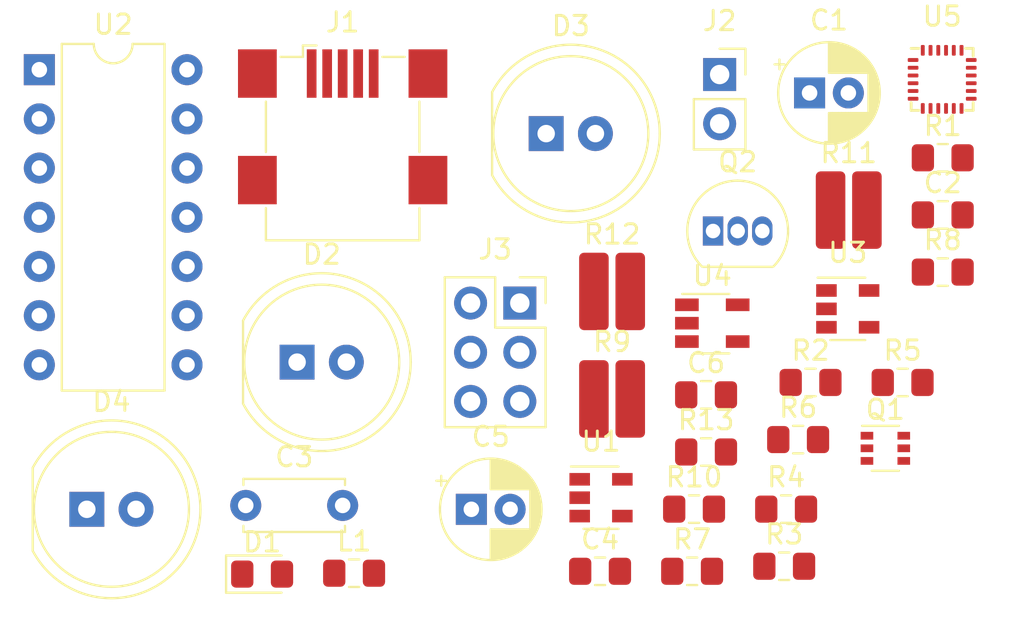
<source format=kicad_pcb>
(kicad_pcb (version 20171130) (host pcbnew 5.1.6)

  (general
    (thickness 1.6)
    (drawings 0)
    (tracks 0)
    (zones 0)
    (modules 34)
    (nets 48)
  )

  (page A4)
  (layers
    (0 F.Cu signal)
    (31 B.Cu signal)
    (32 B.Adhes user)
    (33 F.Adhes user)
    (34 B.Paste user)
    (35 F.Paste user)
    (36 B.SilkS user)
    (37 F.SilkS user)
    (38 B.Mask user)
    (39 F.Mask user)
    (40 Dwgs.User user)
    (41 Cmts.User user)
    (42 Eco1.User user)
    (43 Eco2.User user)
    (44 Edge.Cuts user)
    (45 Margin user)
    (46 B.CrtYd user)
    (47 F.CrtYd user)
    (48 B.Fab user)
    (49 F.Fab user)
  )

  (setup
    (last_trace_width 0.25)
    (trace_clearance 0.2)
    (zone_clearance 0.508)
    (zone_45_only no)
    (trace_min 0.2)
    (via_size 0.8)
    (via_drill 0.4)
    (via_min_size 0.4)
    (via_min_drill 0.3)
    (uvia_size 0.3)
    (uvia_drill 0.1)
    (uvias_allowed no)
    (uvia_min_size 0.2)
    (uvia_min_drill 0.1)
    (edge_width 0.05)
    (segment_width 0.2)
    (pcb_text_width 0.3)
    (pcb_text_size 1.5 1.5)
    (mod_edge_width 0.12)
    (mod_text_size 1 1)
    (mod_text_width 0.15)
    (pad_size 1.524 1.524)
    (pad_drill 0.762)
    (pad_to_mask_clearance 0.05)
    (aux_axis_origin 0 0)
    (visible_elements FFFFFF7F)
    (pcbplotparams
      (layerselection 0x010fc_ffffffff)
      (usegerberextensions false)
      (usegerberattributes true)
      (usegerberadvancedattributes true)
      (creategerberjobfile true)
      (excludeedgelayer true)
      (linewidth 0.100000)
      (plotframeref false)
      (viasonmask false)
      (mode 1)
      (useauxorigin false)
      (hpglpennumber 1)
      (hpglpenspeed 20)
      (hpglpendiameter 15.000000)
      (psnegative false)
      (psa4output false)
      (plotreference true)
      (plotvalue true)
      (plotinvisibletext false)
      (padsonsilk false)
      (subtractmaskfromsilk false)
      (outputformat 1)
      (mirror false)
      (drillshape 1)
      (scaleselection 1)
      (outputdirectory ""))
  )

  (net 0 "")
  (net 1 VBUS)
  (net 2 GND)
  (net 3 "Net-(C2-Pad1)")
  (net 4 -BATT)
  (net 5 +2V8)
  (net 6 "Net-(C4-Pad1)")
  (net 7 "Net-(D1-Pad1)")
  (net 8 "Net-(D2-Pad1)")
  (net 9 "Net-(J1-Pad2)")
  (net 10 "Net-(J1-Pad3)")
  (net 11 "Net-(J1-Pad4)")
  (net 12 V_charge)
  (net 13 MISO_ISP)
  (net 14 SCK_ISP)
  (net 15 MOSI_ISP)
  (net 16 nRES_ISP)
  (net 17 "Net-(L1-Pad1)")
  (net 18 "Net-(Q1-Pad3)")
  (net 19 "Net-(Q1-Pad5)")
  (net 20 "Net-(Q1-Pad2)")
  (net 21 "Net-(Q2-Pad2)")
  (net 22 "Net-(Q2-Pad1)")
  (net 23 "Net-(R1-Pad2)")
  (net 24 "Net-(R3-Pad2)")
  (net 25 "Net-(R4-Pad2)")
  (net 26 "Net-(R5-Pad1)")
  (net 27 LED_PWM)
  (net 28 "Net-(R10-Pad1)")
  (net 29 "Net-(R13-Pad1)")
  (net 30 "Net-(U2-Pad2)")
  (net 31 "Net-(U2-Pad3)")
  (net 32 Accel_Int)
  (net 33 "Net-(U2-Pad6)")
  (net 34 "Net-(U2-Pad13)")
  (net 35 "Net-(U5-Pad1)")
  (net 36 "Net-(U5-Pad2)")
  (net 37 "Net-(U5-Pad3)")
  (net 38 "Net-(U5-Pad4)")
  (net 39 "Net-(U5-Pad5)")
  (net 40 "Net-(U5-Pad6)")
  (net 41 "Net-(U5-Pad7)")
  (net 42 "Net-(U5-Pad11)")
  (net 43 "Net-(U5-Pad14)")
  (net 44 "Net-(U5-Pad15)")
  (net 45 "Net-(U5-Pad16)")
  (net 46 "Net-(U5-Pad17)")
  (net 47 "Net-(U5-Pad21)")

  (net_class Default "This is the default net class."
    (clearance 0.2)
    (trace_width 0.25)
    (via_dia 0.8)
    (via_drill 0.4)
    (uvia_dia 0.3)
    (uvia_drill 0.1)
    (add_net +2V8)
    (add_net -BATT)
    (add_net Accel_Int)
    (add_net GND)
    (add_net LED_PWM)
    (add_net MISO_ISP)
    (add_net MOSI_ISP)
    (add_net "Net-(C2-Pad1)")
    (add_net "Net-(C4-Pad1)")
    (add_net "Net-(D1-Pad1)")
    (add_net "Net-(D2-Pad1)")
    (add_net "Net-(J1-Pad2)")
    (add_net "Net-(J1-Pad3)")
    (add_net "Net-(J1-Pad4)")
    (add_net "Net-(L1-Pad1)")
    (add_net "Net-(Q1-Pad2)")
    (add_net "Net-(Q1-Pad3)")
    (add_net "Net-(Q1-Pad5)")
    (add_net "Net-(Q2-Pad1)")
    (add_net "Net-(Q2-Pad2)")
    (add_net "Net-(R1-Pad2)")
    (add_net "Net-(R10-Pad1)")
    (add_net "Net-(R13-Pad1)")
    (add_net "Net-(R3-Pad2)")
    (add_net "Net-(R4-Pad2)")
    (add_net "Net-(R5-Pad1)")
    (add_net "Net-(U2-Pad13)")
    (add_net "Net-(U2-Pad2)")
    (add_net "Net-(U2-Pad3)")
    (add_net "Net-(U2-Pad6)")
    (add_net "Net-(U5-Pad1)")
    (add_net "Net-(U5-Pad11)")
    (add_net "Net-(U5-Pad14)")
    (add_net "Net-(U5-Pad15)")
    (add_net "Net-(U5-Pad16)")
    (add_net "Net-(U5-Pad17)")
    (add_net "Net-(U5-Pad2)")
    (add_net "Net-(U5-Pad21)")
    (add_net "Net-(U5-Pad3)")
    (add_net "Net-(U5-Pad4)")
    (add_net "Net-(U5-Pad5)")
    (add_net "Net-(U5-Pad6)")
    (add_net "Net-(U5-Pad7)")
    (add_net SCK_ISP)
    (add_net VBUS)
    (add_net V_charge)
    (add_net nRES_ISP)
  )

  (module Capacitor_THT:CP_Radial_D5.0mm_P2.00mm (layer F.Cu) (tedit 5AE50EF0) (tstamp 5F7561C3)
    (at 81.504776 26.905001)
    (descr "CP, Radial series, Radial, pin pitch=2.00mm, , diameter=5mm, Electrolytic Capacitor")
    (tags "CP Radial series Radial pin pitch 2.00mm  diameter 5mm Electrolytic Capacitor")
    (path /5F7636CD)
    (fp_text reference C1 (at 1 -3.75) (layer F.SilkS)
      (effects (font (size 1 1) (thickness 0.15)))
    )
    (fp_text value 4.7u (at 1 3.75) (layer F.Fab)
      (effects (font (size 1 1) (thickness 0.15)))
    )
    (fp_line (start -1.554775 -1.725) (end -1.554775 -1.225) (layer F.SilkS) (width 0.12))
    (fp_line (start -1.804775 -1.475) (end -1.304775 -1.475) (layer F.SilkS) (width 0.12))
    (fp_line (start 3.601 -0.284) (end 3.601 0.284) (layer F.SilkS) (width 0.12))
    (fp_line (start 3.561 -0.518) (end 3.561 0.518) (layer F.SilkS) (width 0.12))
    (fp_line (start 3.521 -0.677) (end 3.521 0.677) (layer F.SilkS) (width 0.12))
    (fp_line (start 3.481 -0.805) (end 3.481 0.805) (layer F.SilkS) (width 0.12))
    (fp_line (start 3.441 -0.915) (end 3.441 0.915) (layer F.SilkS) (width 0.12))
    (fp_line (start 3.401 -1.011) (end 3.401 1.011) (layer F.SilkS) (width 0.12))
    (fp_line (start 3.361 -1.098) (end 3.361 1.098) (layer F.SilkS) (width 0.12))
    (fp_line (start 3.321 -1.178) (end 3.321 1.178) (layer F.SilkS) (width 0.12))
    (fp_line (start 3.281 -1.251) (end 3.281 1.251) (layer F.SilkS) (width 0.12))
    (fp_line (start 3.241 -1.319) (end 3.241 1.319) (layer F.SilkS) (width 0.12))
    (fp_line (start 3.201 -1.383) (end 3.201 1.383) (layer F.SilkS) (width 0.12))
    (fp_line (start 3.161 -1.443) (end 3.161 1.443) (layer F.SilkS) (width 0.12))
    (fp_line (start 3.121 -1.5) (end 3.121 1.5) (layer F.SilkS) (width 0.12))
    (fp_line (start 3.081 -1.554) (end 3.081 1.554) (layer F.SilkS) (width 0.12))
    (fp_line (start 3.041 -1.605) (end 3.041 1.605) (layer F.SilkS) (width 0.12))
    (fp_line (start 3.001 1.04) (end 3.001 1.653) (layer F.SilkS) (width 0.12))
    (fp_line (start 3.001 -1.653) (end 3.001 -1.04) (layer F.SilkS) (width 0.12))
    (fp_line (start 2.961 1.04) (end 2.961 1.699) (layer F.SilkS) (width 0.12))
    (fp_line (start 2.961 -1.699) (end 2.961 -1.04) (layer F.SilkS) (width 0.12))
    (fp_line (start 2.921 1.04) (end 2.921 1.743) (layer F.SilkS) (width 0.12))
    (fp_line (start 2.921 -1.743) (end 2.921 -1.04) (layer F.SilkS) (width 0.12))
    (fp_line (start 2.881 1.04) (end 2.881 1.785) (layer F.SilkS) (width 0.12))
    (fp_line (start 2.881 -1.785) (end 2.881 -1.04) (layer F.SilkS) (width 0.12))
    (fp_line (start 2.841 1.04) (end 2.841 1.826) (layer F.SilkS) (width 0.12))
    (fp_line (start 2.841 -1.826) (end 2.841 -1.04) (layer F.SilkS) (width 0.12))
    (fp_line (start 2.801 1.04) (end 2.801 1.864) (layer F.SilkS) (width 0.12))
    (fp_line (start 2.801 -1.864) (end 2.801 -1.04) (layer F.SilkS) (width 0.12))
    (fp_line (start 2.761 1.04) (end 2.761 1.901) (layer F.SilkS) (width 0.12))
    (fp_line (start 2.761 -1.901) (end 2.761 -1.04) (layer F.SilkS) (width 0.12))
    (fp_line (start 2.721 1.04) (end 2.721 1.937) (layer F.SilkS) (width 0.12))
    (fp_line (start 2.721 -1.937) (end 2.721 -1.04) (layer F.SilkS) (width 0.12))
    (fp_line (start 2.681 1.04) (end 2.681 1.971) (layer F.SilkS) (width 0.12))
    (fp_line (start 2.681 -1.971) (end 2.681 -1.04) (layer F.SilkS) (width 0.12))
    (fp_line (start 2.641 1.04) (end 2.641 2.004) (layer F.SilkS) (width 0.12))
    (fp_line (start 2.641 -2.004) (end 2.641 -1.04) (layer F.SilkS) (width 0.12))
    (fp_line (start 2.601 1.04) (end 2.601 2.035) (layer F.SilkS) (width 0.12))
    (fp_line (start 2.601 -2.035) (end 2.601 -1.04) (layer F.SilkS) (width 0.12))
    (fp_line (start 2.561 1.04) (end 2.561 2.065) (layer F.SilkS) (width 0.12))
    (fp_line (start 2.561 -2.065) (end 2.561 -1.04) (layer F.SilkS) (width 0.12))
    (fp_line (start 2.521 1.04) (end 2.521 2.095) (layer F.SilkS) (width 0.12))
    (fp_line (start 2.521 -2.095) (end 2.521 -1.04) (layer F.SilkS) (width 0.12))
    (fp_line (start 2.481 1.04) (end 2.481 2.122) (layer F.SilkS) (width 0.12))
    (fp_line (start 2.481 -2.122) (end 2.481 -1.04) (layer F.SilkS) (width 0.12))
    (fp_line (start 2.441 1.04) (end 2.441 2.149) (layer F.SilkS) (width 0.12))
    (fp_line (start 2.441 -2.149) (end 2.441 -1.04) (layer F.SilkS) (width 0.12))
    (fp_line (start 2.401 1.04) (end 2.401 2.175) (layer F.SilkS) (width 0.12))
    (fp_line (start 2.401 -2.175) (end 2.401 -1.04) (layer F.SilkS) (width 0.12))
    (fp_line (start 2.361 1.04) (end 2.361 2.2) (layer F.SilkS) (width 0.12))
    (fp_line (start 2.361 -2.2) (end 2.361 -1.04) (layer F.SilkS) (width 0.12))
    (fp_line (start 2.321 1.04) (end 2.321 2.224) (layer F.SilkS) (width 0.12))
    (fp_line (start 2.321 -2.224) (end 2.321 -1.04) (layer F.SilkS) (width 0.12))
    (fp_line (start 2.281 1.04) (end 2.281 2.247) (layer F.SilkS) (width 0.12))
    (fp_line (start 2.281 -2.247) (end 2.281 -1.04) (layer F.SilkS) (width 0.12))
    (fp_line (start 2.241 1.04) (end 2.241 2.268) (layer F.SilkS) (width 0.12))
    (fp_line (start 2.241 -2.268) (end 2.241 -1.04) (layer F.SilkS) (width 0.12))
    (fp_line (start 2.201 1.04) (end 2.201 2.29) (layer F.SilkS) (width 0.12))
    (fp_line (start 2.201 -2.29) (end 2.201 -1.04) (layer F.SilkS) (width 0.12))
    (fp_line (start 2.161 1.04) (end 2.161 2.31) (layer F.SilkS) (width 0.12))
    (fp_line (start 2.161 -2.31) (end 2.161 -1.04) (layer F.SilkS) (width 0.12))
    (fp_line (start 2.121 1.04) (end 2.121 2.329) (layer F.SilkS) (width 0.12))
    (fp_line (start 2.121 -2.329) (end 2.121 -1.04) (layer F.SilkS) (width 0.12))
    (fp_line (start 2.081 1.04) (end 2.081 2.348) (layer F.SilkS) (width 0.12))
    (fp_line (start 2.081 -2.348) (end 2.081 -1.04) (layer F.SilkS) (width 0.12))
    (fp_line (start 2.041 1.04) (end 2.041 2.365) (layer F.SilkS) (width 0.12))
    (fp_line (start 2.041 -2.365) (end 2.041 -1.04) (layer F.SilkS) (width 0.12))
    (fp_line (start 2.001 1.04) (end 2.001 2.382) (layer F.SilkS) (width 0.12))
    (fp_line (start 2.001 -2.382) (end 2.001 -1.04) (layer F.SilkS) (width 0.12))
    (fp_line (start 1.961 1.04) (end 1.961 2.398) (layer F.SilkS) (width 0.12))
    (fp_line (start 1.961 -2.398) (end 1.961 -1.04) (layer F.SilkS) (width 0.12))
    (fp_line (start 1.921 1.04) (end 1.921 2.414) (layer F.SilkS) (width 0.12))
    (fp_line (start 1.921 -2.414) (end 1.921 -1.04) (layer F.SilkS) (width 0.12))
    (fp_line (start 1.881 1.04) (end 1.881 2.428) (layer F.SilkS) (width 0.12))
    (fp_line (start 1.881 -2.428) (end 1.881 -1.04) (layer F.SilkS) (width 0.12))
    (fp_line (start 1.841 1.04) (end 1.841 2.442) (layer F.SilkS) (width 0.12))
    (fp_line (start 1.841 -2.442) (end 1.841 -1.04) (layer F.SilkS) (width 0.12))
    (fp_line (start 1.801 1.04) (end 1.801 2.455) (layer F.SilkS) (width 0.12))
    (fp_line (start 1.801 -2.455) (end 1.801 -1.04) (layer F.SilkS) (width 0.12))
    (fp_line (start 1.761 1.04) (end 1.761 2.468) (layer F.SilkS) (width 0.12))
    (fp_line (start 1.761 -2.468) (end 1.761 -1.04) (layer F.SilkS) (width 0.12))
    (fp_line (start 1.721 1.04) (end 1.721 2.48) (layer F.SilkS) (width 0.12))
    (fp_line (start 1.721 -2.48) (end 1.721 -1.04) (layer F.SilkS) (width 0.12))
    (fp_line (start 1.68 1.04) (end 1.68 2.491) (layer F.SilkS) (width 0.12))
    (fp_line (start 1.68 -2.491) (end 1.68 -1.04) (layer F.SilkS) (width 0.12))
    (fp_line (start 1.64 1.04) (end 1.64 2.501) (layer F.SilkS) (width 0.12))
    (fp_line (start 1.64 -2.501) (end 1.64 -1.04) (layer F.SilkS) (width 0.12))
    (fp_line (start 1.6 1.04) (end 1.6 2.511) (layer F.SilkS) (width 0.12))
    (fp_line (start 1.6 -2.511) (end 1.6 -1.04) (layer F.SilkS) (width 0.12))
    (fp_line (start 1.56 1.04) (end 1.56 2.52) (layer F.SilkS) (width 0.12))
    (fp_line (start 1.56 -2.52) (end 1.56 -1.04) (layer F.SilkS) (width 0.12))
    (fp_line (start 1.52 1.04) (end 1.52 2.528) (layer F.SilkS) (width 0.12))
    (fp_line (start 1.52 -2.528) (end 1.52 -1.04) (layer F.SilkS) (width 0.12))
    (fp_line (start 1.48 1.04) (end 1.48 2.536) (layer F.SilkS) (width 0.12))
    (fp_line (start 1.48 -2.536) (end 1.48 -1.04) (layer F.SilkS) (width 0.12))
    (fp_line (start 1.44 1.04) (end 1.44 2.543) (layer F.SilkS) (width 0.12))
    (fp_line (start 1.44 -2.543) (end 1.44 -1.04) (layer F.SilkS) (width 0.12))
    (fp_line (start 1.4 1.04) (end 1.4 2.55) (layer F.SilkS) (width 0.12))
    (fp_line (start 1.4 -2.55) (end 1.4 -1.04) (layer F.SilkS) (width 0.12))
    (fp_line (start 1.36 1.04) (end 1.36 2.556) (layer F.SilkS) (width 0.12))
    (fp_line (start 1.36 -2.556) (end 1.36 -1.04) (layer F.SilkS) (width 0.12))
    (fp_line (start 1.32 1.04) (end 1.32 2.561) (layer F.SilkS) (width 0.12))
    (fp_line (start 1.32 -2.561) (end 1.32 -1.04) (layer F.SilkS) (width 0.12))
    (fp_line (start 1.28 1.04) (end 1.28 2.565) (layer F.SilkS) (width 0.12))
    (fp_line (start 1.28 -2.565) (end 1.28 -1.04) (layer F.SilkS) (width 0.12))
    (fp_line (start 1.24 1.04) (end 1.24 2.569) (layer F.SilkS) (width 0.12))
    (fp_line (start 1.24 -2.569) (end 1.24 -1.04) (layer F.SilkS) (width 0.12))
    (fp_line (start 1.2 1.04) (end 1.2 2.573) (layer F.SilkS) (width 0.12))
    (fp_line (start 1.2 -2.573) (end 1.2 -1.04) (layer F.SilkS) (width 0.12))
    (fp_line (start 1.16 1.04) (end 1.16 2.576) (layer F.SilkS) (width 0.12))
    (fp_line (start 1.16 -2.576) (end 1.16 -1.04) (layer F.SilkS) (width 0.12))
    (fp_line (start 1.12 1.04) (end 1.12 2.578) (layer F.SilkS) (width 0.12))
    (fp_line (start 1.12 -2.578) (end 1.12 -1.04) (layer F.SilkS) (width 0.12))
    (fp_line (start 1.08 1.04) (end 1.08 2.579) (layer F.SilkS) (width 0.12))
    (fp_line (start 1.08 -2.579) (end 1.08 -1.04) (layer F.SilkS) (width 0.12))
    (fp_line (start 1.04 -2.58) (end 1.04 -1.04) (layer F.SilkS) (width 0.12))
    (fp_line (start 1.04 1.04) (end 1.04 2.58) (layer F.SilkS) (width 0.12))
    (fp_line (start 1 -2.58) (end 1 -1.04) (layer F.SilkS) (width 0.12))
    (fp_line (start 1 1.04) (end 1 2.58) (layer F.SilkS) (width 0.12))
    (fp_line (start -0.883605 -1.3375) (end -0.883605 -0.8375) (layer F.Fab) (width 0.1))
    (fp_line (start -1.133605 -1.0875) (end -0.633605 -1.0875) (layer F.Fab) (width 0.1))
    (fp_circle (center 1 0) (end 3.75 0) (layer F.CrtYd) (width 0.05))
    (fp_circle (center 1 0) (end 3.62 0) (layer F.SilkS) (width 0.12))
    (fp_circle (center 1 0) (end 3.5 0) (layer F.Fab) (width 0.1))
    (fp_text user %R (at 1 0) (layer F.Fab)
      (effects (font (size 1 1) (thickness 0.15)))
    )
    (pad 1 thru_hole rect (at 0 0) (size 1.6 1.6) (drill 0.8) (layers *.Cu *.Mask)
      (net 1 VBUS))
    (pad 2 thru_hole circle (at 2 0) (size 1.6 1.6) (drill 0.8) (layers *.Cu *.Mask)
      (net 2 GND))
    (model ${KISYS3DMOD}/Capacitor_THT.3dshapes/CP_Radial_D5.0mm_P2.00mm.wrl
      (at (xyz 0 0 0))
      (scale (xyz 1 1 1))
      (rotate (xyz 0 0 0))
    )
  )

  (module Capacitor_SMD:C_0805_2012Metric_Pad1.15x1.40mm_HandSolder (layer F.Cu) (tedit 5B36C52B) (tstamp 5F7561D4)
    (at 88.375001 33.205001)
    (descr "Capacitor SMD 0805 (2012 Metric), square (rectangular) end terminal, IPC_7351 nominal with elongated pad for handsoldering. (Body size source: https://docs.google.com/spreadsheets/d/1BsfQQcO9C6DZCsRaXUlFlo91Tg2WpOkGARC1WS5S8t0/edit?usp=sharing), generated with kicad-footprint-generator")
    (tags "capacitor handsolder")
    (path /5F79846E)
    (attr smd)
    (fp_text reference C2 (at 0 -1.65) (layer F.SilkS)
      (effects (font (size 1 1) (thickness 0.15)))
    )
    (fp_text value 100n (at 0 1.65) (layer F.Fab)
      (effects (font (size 1 1) (thickness 0.15)))
    )
    (fp_line (start 1.85 0.95) (end -1.85 0.95) (layer F.CrtYd) (width 0.05))
    (fp_line (start 1.85 -0.95) (end 1.85 0.95) (layer F.CrtYd) (width 0.05))
    (fp_line (start -1.85 -0.95) (end 1.85 -0.95) (layer F.CrtYd) (width 0.05))
    (fp_line (start -1.85 0.95) (end -1.85 -0.95) (layer F.CrtYd) (width 0.05))
    (fp_line (start -0.261252 0.71) (end 0.261252 0.71) (layer F.SilkS) (width 0.12))
    (fp_line (start -0.261252 -0.71) (end 0.261252 -0.71) (layer F.SilkS) (width 0.12))
    (fp_line (start 1 0.6) (end -1 0.6) (layer F.Fab) (width 0.1))
    (fp_line (start 1 -0.6) (end 1 0.6) (layer F.Fab) (width 0.1))
    (fp_line (start -1 -0.6) (end 1 -0.6) (layer F.Fab) (width 0.1))
    (fp_line (start -1 0.6) (end -1 -0.6) (layer F.Fab) (width 0.1))
    (fp_text user %R (at 0 0) (layer F.Fab)
      (effects (font (size 0.5 0.5) (thickness 0.08)))
    )
    (pad 1 smd roundrect (at -1.025 0) (size 1.15 1.4) (layers F.Cu F.Paste F.Mask) (roundrect_rratio 0.217391)
      (net 3 "Net-(C2-Pad1)"))
    (pad 2 smd roundrect (at 1.025 0) (size 1.15 1.4) (layers F.Cu F.Paste F.Mask) (roundrect_rratio 0.217391)
      (net 4 -BATT))
    (model ${KISYS3DMOD}/Capacitor_SMD.3dshapes/C_0805_2012Metric.wrl
      (at (xyz 0 0 0))
      (scale (xyz 1 1 1))
      (rotate (xyz 0 0 0))
    )
  )

  (module Capacitor_THT:C_Disc_D5.0mm_W2.5mm_P5.00mm (layer F.Cu) (tedit 5AE50EF0) (tstamp 5F7561E9)
    (at 52.415001 48.205001)
    (descr "C, Disc series, Radial, pin pitch=5.00mm, , diameter*width=5*2.5mm^2, Capacitor, http://cdn-reichelt.de/documents/datenblatt/B300/DS_KERKO_TC.pdf")
    (tags "C Disc series Radial pin pitch 5.00mm  diameter 5mm width 2.5mm Capacitor")
    (path /5F7D3DC0)
    (fp_text reference C3 (at 2.5 -2.5) (layer F.SilkS)
      (effects (font (size 1 1) (thickness 0.15)))
    )
    (fp_text value 10n (at 2.5 2.5) (layer F.Fab)
      (effects (font (size 1 1) (thickness 0.15)))
    )
    (fp_line (start 6.05 -1.5) (end -1.05 -1.5) (layer F.CrtYd) (width 0.05))
    (fp_line (start 6.05 1.5) (end 6.05 -1.5) (layer F.CrtYd) (width 0.05))
    (fp_line (start -1.05 1.5) (end 6.05 1.5) (layer F.CrtYd) (width 0.05))
    (fp_line (start -1.05 -1.5) (end -1.05 1.5) (layer F.CrtYd) (width 0.05))
    (fp_line (start 5.12 1.055) (end 5.12 1.37) (layer F.SilkS) (width 0.12))
    (fp_line (start 5.12 -1.37) (end 5.12 -1.055) (layer F.SilkS) (width 0.12))
    (fp_line (start -0.12 1.055) (end -0.12 1.37) (layer F.SilkS) (width 0.12))
    (fp_line (start -0.12 -1.37) (end -0.12 -1.055) (layer F.SilkS) (width 0.12))
    (fp_line (start -0.12 1.37) (end 5.12 1.37) (layer F.SilkS) (width 0.12))
    (fp_line (start -0.12 -1.37) (end 5.12 -1.37) (layer F.SilkS) (width 0.12))
    (fp_line (start 5 -1.25) (end 0 -1.25) (layer F.Fab) (width 0.1))
    (fp_line (start 5 1.25) (end 5 -1.25) (layer F.Fab) (width 0.1))
    (fp_line (start 0 1.25) (end 5 1.25) (layer F.Fab) (width 0.1))
    (fp_line (start 0 -1.25) (end 0 1.25) (layer F.Fab) (width 0.1))
    (fp_text user %R (at 2.5 0) (layer F.Fab)
      (effects (font (size 1 1) (thickness 0.15)))
    )
    (pad 1 thru_hole circle (at 0 0) (size 1.6 1.6) (drill 0.8) (layers *.Cu *.Mask)
      (net 5 +2V8))
    (pad 2 thru_hole circle (at 5 0) (size 1.6 1.6) (drill 0.8) (layers *.Cu *.Mask)
      (net 2 GND))
    (model ${KISYS3DMOD}/Capacitor_THT.3dshapes/C_Disc_D5.0mm_W2.5mm_P5.00mm.wrl
      (at (xyz 0 0 0))
      (scale (xyz 1 1 1))
      (rotate (xyz 0 0 0))
    )
  )

  (module Capacitor_SMD:C_0805_2012Metric_Pad1.15x1.40mm_HandSolder (layer F.Cu) (tedit 5B36C52B) (tstamp 5F7561FA)
    (at 70.695001 51.605001)
    (descr "Capacitor SMD 0805 (2012 Metric), square (rectangular) end terminal, IPC_7351 nominal with elongated pad for handsoldering. (Body size source: https://docs.google.com/spreadsheets/d/1BsfQQcO9C6DZCsRaXUlFlo91Tg2WpOkGARC1WS5S8t0/edit?usp=sharing), generated with kicad-footprint-generator")
    (tags "capacitor handsolder")
    (path /5F7D393F)
    (attr smd)
    (fp_text reference C4 (at 0 -1.65) (layer F.SilkS)
      (effects (font (size 1 1) (thickness 0.15)))
    )
    (fp_text value 0.1u (at 0 1.65) (layer F.Fab)
      (effects (font (size 1 1) (thickness 0.15)))
    )
    (fp_text user %R (at 0 0) (layer F.Fab)
      (effects (font (size 0.5 0.5) (thickness 0.08)))
    )
    (fp_line (start -1 0.6) (end -1 -0.6) (layer F.Fab) (width 0.1))
    (fp_line (start -1 -0.6) (end 1 -0.6) (layer F.Fab) (width 0.1))
    (fp_line (start 1 -0.6) (end 1 0.6) (layer F.Fab) (width 0.1))
    (fp_line (start 1 0.6) (end -1 0.6) (layer F.Fab) (width 0.1))
    (fp_line (start -0.261252 -0.71) (end 0.261252 -0.71) (layer F.SilkS) (width 0.12))
    (fp_line (start -0.261252 0.71) (end 0.261252 0.71) (layer F.SilkS) (width 0.12))
    (fp_line (start -1.85 0.95) (end -1.85 -0.95) (layer F.CrtYd) (width 0.05))
    (fp_line (start -1.85 -0.95) (end 1.85 -0.95) (layer F.CrtYd) (width 0.05))
    (fp_line (start 1.85 -0.95) (end 1.85 0.95) (layer F.CrtYd) (width 0.05))
    (fp_line (start 1.85 0.95) (end -1.85 0.95) (layer F.CrtYd) (width 0.05))
    (pad 2 smd roundrect (at 1.025 0) (size 1.15 1.4) (layers F.Cu F.Paste F.Mask) (roundrect_rratio 0.217391)
      (net 2 GND))
    (pad 1 smd roundrect (at -1.025 0) (size 1.15 1.4) (layers F.Cu F.Paste F.Mask) (roundrect_rratio 0.217391)
      (net 6 "Net-(C4-Pad1)"))
    (model ${KISYS3DMOD}/Capacitor_SMD.3dshapes/C_0805_2012Metric.wrl
      (at (xyz 0 0 0))
      (scale (xyz 1 1 1))
      (rotate (xyz 0 0 0))
    )
  )

  (module Capacitor_THT:CP_Radial_D5.0mm_P2.00mm (layer F.Cu) (tedit 5AE50EF0) (tstamp 5F75627D)
    (at 64.054776 48.405001)
    (descr "CP, Radial series, Radial, pin pitch=2.00mm, , diameter=5mm, Electrolytic Capacitor")
    (tags "CP Radial series Radial pin pitch 2.00mm  diameter 5mm Electrolytic Capacitor")
    (path /5F74A3BA)
    (fp_text reference C5 (at 1 -3.75) (layer F.SilkS)
      (effects (font (size 1 1) (thickness 0.15)))
    )
    (fp_text value 10u (at 1 3.75) (layer F.Fab)
      (effects (font (size 1 1) (thickness 0.15)))
    )
    (fp_text user %R (at 1 0) (layer F.Fab)
      (effects (font (size 1 1) (thickness 0.15)))
    )
    (fp_circle (center 1 0) (end 3.5 0) (layer F.Fab) (width 0.1))
    (fp_circle (center 1 0) (end 3.62 0) (layer F.SilkS) (width 0.12))
    (fp_circle (center 1 0) (end 3.75 0) (layer F.CrtYd) (width 0.05))
    (fp_line (start -1.133605 -1.0875) (end -0.633605 -1.0875) (layer F.Fab) (width 0.1))
    (fp_line (start -0.883605 -1.3375) (end -0.883605 -0.8375) (layer F.Fab) (width 0.1))
    (fp_line (start 1 1.04) (end 1 2.58) (layer F.SilkS) (width 0.12))
    (fp_line (start 1 -2.58) (end 1 -1.04) (layer F.SilkS) (width 0.12))
    (fp_line (start 1.04 1.04) (end 1.04 2.58) (layer F.SilkS) (width 0.12))
    (fp_line (start 1.04 -2.58) (end 1.04 -1.04) (layer F.SilkS) (width 0.12))
    (fp_line (start 1.08 -2.579) (end 1.08 -1.04) (layer F.SilkS) (width 0.12))
    (fp_line (start 1.08 1.04) (end 1.08 2.579) (layer F.SilkS) (width 0.12))
    (fp_line (start 1.12 -2.578) (end 1.12 -1.04) (layer F.SilkS) (width 0.12))
    (fp_line (start 1.12 1.04) (end 1.12 2.578) (layer F.SilkS) (width 0.12))
    (fp_line (start 1.16 -2.576) (end 1.16 -1.04) (layer F.SilkS) (width 0.12))
    (fp_line (start 1.16 1.04) (end 1.16 2.576) (layer F.SilkS) (width 0.12))
    (fp_line (start 1.2 -2.573) (end 1.2 -1.04) (layer F.SilkS) (width 0.12))
    (fp_line (start 1.2 1.04) (end 1.2 2.573) (layer F.SilkS) (width 0.12))
    (fp_line (start 1.24 -2.569) (end 1.24 -1.04) (layer F.SilkS) (width 0.12))
    (fp_line (start 1.24 1.04) (end 1.24 2.569) (layer F.SilkS) (width 0.12))
    (fp_line (start 1.28 -2.565) (end 1.28 -1.04) (layer F.SilkS) (width 0.12))
    (fp_line (start 1.28 1.04) (end 1.28 2.565) (layer F.SilkS) (width 0.12))
    (fp_line (start 1.32 -2.561) (end 1.32 -1.04) (layer F.SilkS) (width 0.12))
    (fp_line (start 1.32 1.04) (end 1.32 2.561) (layer F.SilkS) (width 0.12))
    (fp_line (start 1.36 -2.556) (end 1.36 -1.04) (layer F.SilkS) (width 0.12))
    (fp_line (start 1.36 1.04) (end 1.36 2.556) (layer F.SilkS) (width 0.12))
    (fp_line (start 1.4 -2.55) (end 1.4 -1.04) (layer F.SilkS) (width 0.12))
    (fp_line (start 1.4 1.04) (end 1.4 2.55) (layer F.SilkS) (width 0.12))
    (fp_line (start 1.44 -2.543) (end 1.44 -1.04) (layer F.SilkS) (width 0.12))
    (fp_line (start 1.44 1.04) (end 1.44 2.543) (layer F.SilkS) (width 0.12))
    (fp_line (start 1.48 -2.536) (end 1.48 -1.04) (layer F.SilkS) (width 0.12))
    (fp_line (start 1.48 1.04) (end 1.48 2.536) (layer F.SilkS) (width 0.12))
    (fp_line (start 1.52 -2.528) (end 1.52 -1.04) (layer F.SilkS) (width 0.12))
    (fp_line (start 1.52 1.04) (end 1.52 2.528) (layer F.SilkS) (width 0.12))
    (fp_line (start 1.56 -2.52) (end 1.56 -1.04) (layer F.SilkS) (width 0.12))
    (fp_line (start 1.56 1.04) (end 1.56 2.52) (layer F.SilkS) (width 0.12))
    (fp_line (start 1.6 -2.511) (end 1.6 -1.04) (layer F.SilkS) (width 0.12))
    (fp_line (start 1.6 1.04) (end 1.6 2.511) (layer F.SilkS) (width 0.12))
    (fp_line (start 1.64 -2.501) (end 1.64 -1.04) (layer F.SilkS) (width 0.12))
    (fp_line (start 1.64 1.04) (end 1.64 2.501) (layer F.SilkS) (width 0.12))
    (fp_line (start 1.68 -2.491) (end 1.68 -1.04) (layer F.SilkS) (width 0.12))
    (fp_line (start 1.68 1.04) (end 1.68 2.491) (layer F.SilkS) (width 0.12))
    (fp_line (start 1.721 -2.48) (end 1.721 -1.04) (layer F.SilkS) (width 0.12))
    (fp_line (start 1.721 1.04) (end 1.721 2.48) (layer F.SilkS) (width 0.12))
    (fp_line (start 1.761 -2.468) (end 1.761 -1.04) (layer F.SilkS) (width 0.12))
    (fp_line (start 1.761 1.04) (end 1.761 2.468) (layer F.SilkS) (width 0.12))
    (fp_line (start 1.801 -2.455) (end 1.801 -1.04) (layer F.SilkS) (width 0.12))
    (fp_line (start 1.801 1.04) (end 1.801 2.455) (layer F.SilkS) (width 0.12))
    (fp_line (start 1.841 -2.442) (end 1.841 -1.04) (layer F.SilkS) (width 0.12))
    (fp_line (start 1.841 1.04) (end 1.841 2.442) (layer F.SilkS) (width 0.12))
    (fp_line (start 1.881 -2.428) (end 1.881 -1.04) (layer F.SilkS) (width 0.12))
    (fp_line (start 1.881 1.04) (end 1.881 2.428) (layer F.SilkS) (width 0.12))
    (fp_line (start 1.921 -2.414) (end 1.921 -1.04) (layer F.SilkS) (width 0.12))
    (fp_line (start 1.921 1.04) (end 1.921 2.414) (layer F.SilkS) (width 0.12))
    (fp_line (start 1.961 -2.398) (end 1.961 -1.04) (layer F.SilkS) (width 0.12))
    (fp_line (start 1.961 1.04) (end 1.961 2.398) (layer F.SilkS) (width 0.12))
    (fp_line (start 2.001 -2.382) (end 2.001 -1.04) (layer F.SilkS) (width 0.12))
    (fp_line (start 2.001 1.04) (end 2.001 2.382) (layer F.SilkS) (width 0.12))
    (fp_line (start 2.041 -2.365) (end 2.041 -1.04) (layer F.SilkS) (width 0.12))
    (fp_line (start 2.041 1.04) (end 2.041 2.365) (layer F.SilkS) (width 0.12))
    (fp_line (start 2.081 -2.348) (end 2.081 -1.04) (layer F.SilkS) (width 0.12))
    (fp_line (start 2.081 1.04) (end 2.081 2.348) (layer F.SilkS) (width 0.12))
    (fp_line (start 2.121 -2.329) (end 2.121 -1.04) (layer F.SilkS) (width 0.12))
    (fp_line (start 2.121 1.04) (end 2.121 2.329) (layer F.SilkS) (width 0.12))
    (fp_line (start 2.161 -2.31) (end 2.161 -1.04) (layer F.SilkS) (width 0.12))
    (fp_line (start 2.161 1.04) (end 2.161 2.31) (layer F.SilkS) (width 0.12))
    (fp_line (start 2.201 -2.29) (end 2.201 -1.04) (layer F.SilkS) (width 0.12))
    (fp_line (start 2.201 1.04) (end 2.201 2.29) (layer F.SilkS) (width 0.12))
    (fp_line (start 2.241 -2.268) (end 2.241 -1.04) (layer F.SilkS) (width 0.12))
    (fp_line (start 2.241 1.04) (end 2.241 2.268) (layer F.SilkS) (width 0.12))
    (fp_line (start 2.281 -2.247) (end 2.281 -1.04) (layer F.SilkS) (width 0.12))
    (fp_line (start 2.281 1.04) (end 2.281 2.247) (layer F.SilkS) (width 0.12))
    (fp_line (start 2.321 -2.224) (end 2.321 -1.04) (layer F.SilkS) (width 0.12))
    (fp_line (start 2.321 1.04) (end 2.321 2.224) (layer F.SilkS) (width 0.12))
    (fp_line (start 2.361 -2.2) (end 2.361 -1.04) (layer F.SilkS) (width 0.12))
    (fp_line (start 2.361 1.04) (end 2.361 2.2) (layer F.SilkS) (width 0.12))
    (fp_line (start 2.401 -2.175) (end 2.401 -1.04) (layer F.SilkS) (width 0.12))
    (fp_line (start 2.401 1.04) (end 2.401 2.175) (layer F.SilkS) (width 0.12))
    (fp_line (start 2.441 -2.149) (end 2.441 -1.04) (layer F.SilkS) (width 0.12))
    (fp_line (start 2.441 1.04) (end 2.441 2.149) (layer F.SilkS) (width 0.12))
    (fp_line (start 2.481 -2.122) (end 2.481 -1.04) (layer F.SilkS) (width 0.12))
    (fp_line (start 2.481 1.04) (end 2.481 2.122) (layer F.SilkS) (width 0.12))
    (fp_line (start 2.521 -2.095) (end 2.521 -1.04) (layer F.SilkS) (width 0.12))
    (fp_line (start 2.521 1.04) (end 2.521 2.095) (layer F.SilkS) (width 0.12))
    (fp_line (start 2.561 -2.065) (end 2.561 -1.04) (layer F.SilkS) (width 0.12))
    (fp_line (start 2.561 1.04) (end 2.561 2.065) (layer F.SilkS) (width 0.12))
    (fp_line (start 2.601 -2.035) (end 2.601 -1.04) (layer F.SilkS) (width 0.12))
    (fp_line (start 2.601 1.04) (end 2.601 2.035) (layer F.SilkS) (width 0.12))
    (fp_line (start 2.641 -2.004) (end 2.641 -1.04) (layer F.SilkS) (width 0.12))
    (fp_line (start 2.641 1.04) (end 2.641 2.004) (layer F.SilkS) (width 0.12))
    (fp_line (start 2.681 -1.971) (end 2.681 -1.04) (layer F.SilkS) (width 0.12))
    (fp_line (start 2.681 1.04) (end 2.681 1.971) (layer F.SilkS) (width 0.12))
    (fp_line (start 2.721 -1.937) (end 2.721 -1.04) (layer F.SilkS) (width 0.12))
    (fp_line (start 2.721 1.04) (end 2.721 1.937) (layer F.SilkS) (width 0.12))
    (fp_line (start 2.761 -1.901) (end 2.761 -1.04) (layer F.SilkS) (width 0.12))
    (fp_line (start 2.761 1.04) (end 2.761 1.901) (layer F.SilkS) (width 0.12))
    (fp_line (start 2.801 -1.864) (end 2.801 -1.04) (layer F.SilkS) (width 0.12))
    (fp_line (start 2.801 1.04) (end 2.801 1.864) (layer F.SilkS) (width 0.12))
    (fp_line (start 2.841 -1.826) (end 2.841 -1.04) (layer F.SilkS) (width 0.12))
    (fp_line (start 2.841 1.04) (end 2.841 1.826) (layer F.SilkS) (width 0.12))
    (fp_line (start 2.881 -1.785) (end 2.881 -1.04) (layer F.SilkS) (width 0.12))
    (fp_line (start 2.881 1.04) (end 2.881 1.785) (layer F.SilkS) (width 0.12))
    (fp_line (start 2.921 -1.743) (end 2.921 -1.04) (layer F.SilkS) (width 0.12))
    (fp_line (start 2.921 1.04) (end 2.921 1.743) (layer F.SilkS) (width 0.12))
    (fp_line (start 2.961 -1.699) (end 2.961 -1.04) (layer F.SilkS) (width 0.12))
    (fp_line (start 2.961 1.04) (end 2.961 1.699) (layer F.SilkS) (width 0.12))
    (fp_line (start 3.001 -1.653) (end 3.001 -1.04) (layer F.SilkS) (width 0.12))
    (fp_line (start 3.001 1.04) (end 3.001 1.653) (layer F.SilkS) (width 0.12))
    (fp_line (start 3.041 -1.605) (end 3.041 1.605) (layer F.SilkS) (width 0.12))
    (fp_line (start 3.081 -1.554) (end 3.081 1.554) (layer F.SilkS) (width 0.12))
    (fp_line (start 3.121 -1.5) (end 3.121 1.5) (layer F.SilkS) (width 0.12))
    (fp_line (start 3.161 -1.443) (end 3.161 1.443) (layer F.SilkS) (width 0.12))
    (fp_line (start 3.201 -1.383) (end 3.201 1.383) (layer F.SilkS) (width 0.12))
    (fp_line (start 3.241 -1.319) (end 3.241 1.319) (layer F.SilkS) (width 0.12))
    (fp_line (start 3.281 -1.251) (end 3.281 1.251) (layer F.SilkS) (width 0.12))
    (fp_line (start 3.321 -1.178) (end 3.321 1.178) (layer F.SilkS) (width 0.12))
    (fp_line (start 3.361 -1.098) (end 3.361 1.098) (layer F.SilkS) (width 0.12))
    (fp_line (start 3.401 -1.011) (end 3.401 1.011) (layer F.SilkS) (width 0.12))
    (fp_line (start 3.441 -0.915) (end 3.441 0.915) (layer F.SilkS) (width 0.12))
    (fp_line (start 3.481 -0.805) (end 3.481 0.805) (layer F.SilkS) (width 0.12))
    (fp_line (start 3.521 -0.677) (end 3.521 0.677) (layer F.SilkS) (width 0.12))
    (fp_line (start 3.561 -0.518) (end 3.561 0.518) (layer F.SilkS) (width 0.12))
    (fp_line (start 3.601 -0.284) (end 3.601 0.284) (layer F.SilkS) (width 0.12))
    (fp_line (start -1.804775 -1.475) (end -1.304775 -1.475) (layer F.SilkS) (width 0.12))
    (fp_line (start -1.554775 -1.725) (end -1.554775 -1.225) (layer F.SilkS) (width 0.12))
    (pad 2 thru_hole circle (at 2 0) (size 1.6 1.6) (drill 0.8) (layers *.Cu *.Mask)
      (net 2 GND))
    (pad 1 thru_hole rect (at 0 0) (size 1.6 1.6) (drill 0.8) (layers *.Cu *.Mask)
      (net 5 +2V8))
    (model ${KISYS3DMOD}/Capacitor_THT.3dshapes/CP_Radial_D5.0mm_P2.00mm.wrl
      (at (xyz 0 0 0))
      (scale (xyz 1 1 1))
      (rotate (xyz 0 0 0))
    )
  )

  (module Capacitor_SMD:C_0805_2012Metric_Pad1.15x1.40mm_HandSolder (layer F.Cu) (tedit 5B36C52B) (tstamp 5F75628E)
    (at 76.165001 42.495001)
    (descr "Capacitor SMD 0805 (2012 Metric), square (rectangular) end terminal, IPC_7351 nominal with elongated pad for handsoldering. (Body size source: https://docs.google.com/spreadsheets/d/1BsfQQcO9C6DZCsRaXUlFlo91Tg2WpOkGARC1WS5S8t0/edit?usp=sharing), generated with kicad-footprint-generator")
    (tags "capacitor handsolder")
    (path /5F7DA892)
    (attr smd)
    (fp_text reference C6 (at 0 -1.65) (layer F.SilkS)
      (effects (font (size 1 1) (thickness 0.15)))
    )
    (fp_text value 0.1u (at 0 1.65) (layer F.Fab)
      (effects (font (size 1 1) (thickness 0.15)))
    )
    (fp_line (start 1.85 0.95) (end -1.85 0.95) (layer F.CrtYd) (width 0.05))
    (fp_line (start 1.85 -0.95) (end 1.85 0.95) (layer F.CrtYd) (width 0.05))
    (fp_line (start -1.85 -0.95) (end 1.85 -0.95) (layer F.CrtYd) (width 0.05))
    (fp_line (start -1.85 0.95) (end -1.85 -0.95) (layer F.CrtYd) (width 0.05))
    (fp_line (start -0.261252 0.71) (end 0.261252 0.71) (layer F.SilkS) (width 0.12))
    (fp_line (start -0.261252 -0.71) (end 0.261252 -0.71) (layer F.SilkS) (width 0.12))
    (fp_line (start 1 0.6) (end -1 0.6) (layer F.Fab) (width 0.1))
    (fp_line (start 1 -0.6) (end 1 0.6) (layer F.Fab) (width 0.1))
    (fp_line (start -1 -0.6) (end 1 -0.6) (layer F.Fab) (width 0.1))
    (fp_line (start -1 0.6) (end -1 -0.6) (layer F.Fab) (width 0.1))
    (fp_text user %R (at 0 0) (layer F.Fab)
      (effects (font (size 0.5 0.5) (thickness 0.08)))
    )
    (pad 1 smd roundrect (at -1.025 0) (size 1.15 1.4) (layers F.Cu F.Paste F.Mask) (roundrect_rratio 0.217391)
      (net 5 +2V8))
    (pad 2 smd roundrect (at 1.025 0) (size 1.15 1.4) (layers F.Cu F.Paste F.Mask) (roundrect_rratio 0.217391)
      (net 2 GND))
    (model ${KISYS3DMOD}/Capacitor_SMD.3dshapes/C_0805_2012Metric.wrl
      (at (xyz 0 0 0))
      (scale (xyz 1 1 1))
      (rotate (xyz 0 0 0))
    )
  )

  (module LED_SMD:LED_0805_2012Metric_Pad1.15x1.40mm_HandSolder (layer F.Cu) (tedit 5B4B45C9) (tstamp 5F7562A1)
    (at 53.260001 51.750001)
    (descr "LED SMD 0805 (2012 Metric), square (rectangular) end terminal, IPC_7351 nominal, (Body size source: https://docs.google.com/spreadsheets/d/1BsfQQcO9C6DZCsRaXUlFlo91Tg2WpOkGARC1WS5S8t0/edit?usp=sharing), generated with kicad-footprint-generator")
    (tags "LED handsolder")
    (path /5F755122)
    (attr smd)
    (fp_text reference D1 (at 0 -1.65) (layer F.SilkS)
      (effects (font (size 1 1) (thickness 0.15)))
    )
    (fp_text value LED_Small (at 0 1.65) (layer F.Fab)
      (effects (font (size 1 1) (thickness 0.15)))
    )
    (fp_line (start 1.85 0.95) (end -1.85 0.95) (layer F.CrtYd) (width 0.05))
    (fp_line (start 1.85 -0.95) (end 1.85 0.95) (layer F.CrtYd) (width 0.05))
    (fp_line (start -1.85 -0.95) (end 1.85 -0.95) (layer F.CrtYd) (width 0.05))
    (fp_line (start -1.85 0.95) (end -1.85 -0.95) (layer F.CrtYd) (width 0.05))
    (fp_line (start -1.86 0.96) (end 1 0.96) (layer F.SilkS) (width 0.12))
    (fp_line (start -1.86 -0.96) (end -1.86 0.96) (layer F.SilkS) (width 0.12))
    (fp_line (start 1 -0.96) (end -1.86 -0.96) (layer F.SilkS) (width 0.12))
    (fp_line (start 1 0.6) (end 1 -0.6) (layer F.Fab) (width 0.1))
    (fp_line (start -1 0.6) (end 1 0.6) (layer F.Fab) (width 0.1))
    (fp_line (start -1 -0.3) (end -1 0.6) (layer F.Fab) (width 0.1))
    (fp_line (start -0.7 -0.6) (end -1 -0.3) (layer F.Fab) (width 0.1))
    (fp_line (start 1 -0.6) (end -0.7 -0.6) (layer F.Fab) (width 0.1))
    (fp_text user %R (at 0 0) (layer F.Fab)
      (effects (font (size 0.5 0.5) (thickness 0.08)))
    )
    (pad 1 smd roundrect (at -1.025 0) (size 1.15 1.4) (layers F.Cu F.Paste F.Mask) (roundrect_rratio 0.217391)
      (net 7 "Net-(D1-Pad1)"))
    (pad 2 smd roundrect (at 1.025 0) (size 1.15 1.4) (layers F.Cu F.Paste F.Mask) (roundrect_rratio 0.217391)
      (net 1 VBUS))
    (model ${KISYS3DMOD}/LED_SMD.3dshapes/LED_0805_2012Metric.wrl
      (at (xyz 0 0 0))
      (scale (xyz 1 1 1))
      (rotate (xyz 0 0 0))
    )
  )

  (module LED_THT:LED_D8.0mm (layer F.Cu) (tedit 587A3A7B) (tstamp 5F7562B2)
    (at 55.065001 40.805001)
    (descr "LED, diameter 8.0mm, 2 pins, http://cdn-reichelt.de/documents/datenblatt/A500/LED8MMGE_LED8MMGN_LED8MMRT%23KIN.pdf")
    (tags "LED diameter 8.0mm 2 pins")
    (path /5F76C2B4)
    (fp_text reference D2 (at 1.27 -5.56) (layer F.SilkS)
      (effects (font (size 1 1) (thickness 0.15)))
    )
    (fp_text value "LED 8-4500" (at 1.27 5.56) (layer F.Fab)
      (effects (font (size 1 1) (thickness 0.15)))
    )
    (fp_line (start 6.1 -4.85) (end -3.55 -4.85) (layer F.CrtYd) (width 0.05))
    (fp_line (start 6.1 4.85) (end 6.1 -4.85) (layer F.CrtYd) (width 0.05))
    (fp_line (start -3.55 4.85) (end 6.1 4.85) (layer F.CrtYd) (width 0.05))
    (fp_line (start -3.55 -4.85) (end -3.55 4.85) (layer F.CrtYd) (width 0.05))
    (fp_line (start -2.79 -2.142) (end -2.79 2.142) (layer F.SilkS) (width 0.12))
    (fp_line (start -2.73 -2.061553) (end -2.73 2.061553) (layer F.Fab) (width 0.1))
    (fp_circle (center 1.27 0) (end 5.27 0) (layer F.SilkS) (width 0.12))
    (fp_circle (center 1.27 0) (end 5.27 0) (layer F.Fab) (width 0.1))
    (fp_arc (start 1.27 0) (end -2.73 -2.061553) (angle 305.5) (layer F.Fab) (width 0.1))
    (fp_arc (start 1.27 0) (end -2.79 -2.141145) (angle 152.2) (layer F.SilkS) (width 0.12))
    (fp_arc (start 1.27 0) (end -2.79 2.141145) (angle -152.2) (layer F.SilkS) (width 0.12))
    (pad 1 thru_hole rect (at 0 0) (size 1.8 1.8) (drill 0.9) (layers *.Cu *.Mask)
      (net 8 "Net-(D2-Pad1)"))
    (pad 2 thru_hole circle (at 2.54 0) (size 1.8 1.8) (drill 0.9) (layers *.Cu *.Mask)
      (net 5 +2V8))
    (model ${KISYS3DMOD}/LED_THT.3dshapes/LED_D8.0mm.wrl
      (at (xyz 0 0 0))
      (scale (xyz 1 1 1))
      (rotate (xyz 0 0 0))
    )
  )

  (module LED_THT:LED_D8.0mm (layer F.Cu) (tedit 587A3A7B) (tstamp 5F7562C3)
    (at 67.915001 29.005001)
    (descr "LED, diameter 8.0mm, 2 pins, http://cdn-reichelt.de/documents/datenblatt/A500/LED8MMGE_LED8MMGN_LED8MMRT%23KIN.pdf")
    (tags "LED diameter 8.0mm 2 pins")
    (path /5F76B89E)
    (fp_text reference D3 (at 1.27 -5.56) (layer F.SilkS)
      (effects (font (size 1 1) (thickness 0.15)))
    )
    (fp_text value "LED 8-4500" (at 1.27 5.56) (layer F.Fab)
      (effects (font (size 1 1) (thickness 0.15)))
    )
    (fp_arc (start 1.27 0) (end -2.79 2.141145) (angle -152.2) (layer F.SilkS) (width 0.12))
    (fp_arc (start 1.27 0) (end -2.79 -2.141145) (angle 152.2) (layer F.SilkS) (width 0.12))
    (fp_arc (start 1.27 0) (end -2.73 -2.061553) (angle 305.5) (layer F.Fab) (width 0.1))
    (fp_circle (center 1.27 0) (end 5.27 0) (layer F.Fab) (width 0.1))
    (fp_circle (center 1.27 0) (end 5.27 0) (layer F.SilkS) (width 0.12))
    (fp_line (start -2.73 -2.061553) (end -2.73 2.061553) (layer F.Fab) (width 0.1))
    (fp_line (start -2.79 -2.142) (end -2.79 2.142) (layer F.SilkS) (width 0.12))
    (fp_line (start -3.55 -4.85) (end -3.55 4.85) (layer F.CrtYd) (width 0.05))
    (fp_line (start -3.55 4.85) (end 6.1 4.85) (layer F.CrtYd) (width 0.05))
    (fp_line (start 6.1 4.85) (end 6.1 -4.85) (layer F.CrtYd) (width 0.05))
    (fp_line (start 6.1 -4.85) (end -3.55 -4.85) (layer F.CrtYd) (width 0.05))
    (pad 2 thru_hole circle (at 2.54 0) (size 1.8 1.8) (drill 0.9) (layers *.Cu *.Mask)
      (net 5 +2V8))
    (pad 1 thru_hole rect (at 0 0) (size 1.8 1.8) (drill 0.9) (layers *.Cu *.Mask)
      (net 8 "Net-(D2-Pad1)"))
    (model ${KISYS3DMOD}/LED_THT.3dshapes/LED_D8.0mm.wrl
      (at (xyz 0 0 0))
      (scale (xyz 1 1 1))
      (rotate (xyz 0 0 0))
    )
  )

  (module LED_THT:LED_D8.0mm (layer F.Cu) (tedit 587A3A7B) (tstamp 5F7562D4)
    (at 44.215001 48.405001)
    (descr "LED, diameter 8.0mm, 2 pins, http://cdn-reichelt.de/documents/datenblatt/A500/LED8MMGE_LED8MMGN_LED8MMRT%23KIN.pdf")
    (tags "LED diameter 8.0mm 2 pins")
    (path /5F7509F3)
    (fp_text reference D4 (at 1.27 -5.56) (layer F.SilkS)
      (effects (font (size 1 1) (thickness 0.15)))
    )
    (fp_text value "LED 8-4500" (at 1.27 5.56) (layer F.Fab)
      (effects (font (size 1 1) (thickness 0.15)))
    )
    (fp_line (start 6.1 -4.85) (end -3.55 -4.85) (layer F.CrtYd) (width 0.05))
    (fp_line (start 6.1 4.85) (end 6.1 -4.85) (layer F.CrtYd) (width 0.05))
    (fp_line (start -3.55 4.85) (end 6.1 4.85) (layer F.CrtYd) (width 0.05))
    (fp_line (start -3.55 -4.85) (end -3.55 4.85) (layer F.CrtYd) (width 0.05))
    (fp_line (start -2.79 -2.142) (end -2.79 2.142) (layer F.SilkS) (width 0.12))
    (fp_line (start -2.73 -2.061553) (end -2.73 2.061553) (layer F.Fab) (width 0.1))
    (fp_circle (center 1.27 0) (end 5.27 0) (layer F.SilkS) (width 0.12))
    (fp_circle (center 1.27 0) (end 5.27 0) (layer F.Fab) (width 0.1))
    (fp_arc (start 1.27 0) (end -2.73 -2.061553) (angle 305.5) (layer F.Fab) (width 0.1))
    (fp_arc (start 1.27 0) (end -2.79 -2.141145) (angle 152.2) (layer F.SilkS) (width 0.12))
    (fp_arc (start 1.27 0) (end -2.79 2.141145) (angle -152.2) (layer F.SilkS) (width 0.12))
    (pad 1 thru_hole rect (at 0 0) (size 1.8 1.8) (drill 0.9) (layers *.Cu *.Mask)
      (net 8 "Net-(D2-Pad1)"))
    (pad 2 thru_hole circle (at 2.54 0) (size 1.8 1.8) (drill 0.9) (layers *.Cu *.Mask)
      (net 5 +2V8))
    (model ${KISYS3DMOD}/LED_THT.3dshapes/LED_D8.0mm.wrl
      (at (xyz 0 0 0))
      (scale (xyz 1 1 1))
      (rotate (xyz 0 0 0))
    )
  )

  (module Connector_USB:USB_Mini-B_Wuerth_65100516121_Horizontal (layer F.Cu) (tedit 5D90ED94) (tstamp 5F756304)
    (at 57.415001 28.505001)
    (descr "Mini USB 2.0 Type B SMT Horizontal 5 Contacts (https://katalog.we-online.de/em/datasheet/65100516121.pdf)")
    (tags "Mini USB 2.0 Type B")
    (path /5F75B83E)
    (attr smd)
    (fp_text reference J1 (at 0 -5.25) (layer F.SilkS)
      (effects (font (size 1 1) (thickness 0.15)))
    )
    (fp_text value USB_B_Micro (at 0 7.35) (layer F.Fab)
      (effects (font (size 1 1) (thickness 0.15)))
    )
    (fp_line (start -5.89 4.65) (end -5.9 1.15) (layer F.CrtYd) (width 0.05))
    (fp_line (start -4.35 -0.85) (end -5.9 -0.85) (layer F.CrtYd) (width 0.05))
    (fp_line (start -5.9 1.15) (end -4.35 1.15) (layer F.CrtYd) (width 0.05))
    (fp_line (start -4.35 4.65) (end -5.89 4.65) (layer F.CrtYd) (width 0.05))
    (fp_line (start 5.9 1.15) (end 5.9 4.65) (layer F.CrtYd) (width 0.05))
    (fp_line (start 5.9 -0.85) (end 4.35 -0.85) (layer F.CrtYd) (width 0.05))
    (fp_line (start 4.35 1.15) (end 5.9 1.15) (layer F.CrtYd) (width 0.05))
    (fp_line (start 5.9 4.65) (end 4.35 4.65) (layer F.CrtYd) (width 0.05))
    (fp_line (start 4.35 -0.85) (end 4.35 1.15) (layer F.CrtYd) (width 0.05))
    (fp_line (start -4.35 1.15) (end -4.35 -0.85) (layer F.CrtYd) (width 0.05))
    (fp_line (start 4.35 4.65) (end 4.35 6.4) (layer F.CrtYd) (width 0.05))
    (fp_line (start -4.35 6.4) (end -4.35 4.65) (layer F.CrtYd) (width 0.05))
    (fp_line (start -1.3 -3.35) (end 3.85 -3.35) (layer F.Fab) (width 0.1))
    (fp_line (start -1.6 -2.85) (end -1.3 -3.35) (layer F.Fab) (width 0.1))
    (fp_line (start -1.9 -3.35) (end -1.6 -2.85) (layer F.Fab) (width 0.1))
    (fp_line (start 4.35 6.4) (end -4.35 6.4) (layer F.CrtYd) (width 0.05))
    (fp_line (start 5.9 -4.35) (end 5.9 -0.85) (layer F.CrtYd) (width 0.05))
    (fp_line (start -5.9 -4.35) (end 5.9 -4.35) (layer F.CrtYd) (width 0.05))
    (fp_line (start -5.9 -0.85) (end -5.9 -4.35) (layer F.CrtYd) (width 0.05))
    (fp_line (start 3.96 6.01) (end 3.96 4.35) (layer F.SilkS) (width 0.12))
    (fp_line (start -3.96 6.01) (end 3.96 6.01) (layer F.SilkS) (width 0.12))
    (fp_line (start -3.96 4.35) (end -3.96 6.01) (layer F.SilkS) (width 0.12))
    (fp_line (start 2.05 -3.46) (end 3.2 -3.46) (layer F.SilkS) (width 0.12))
    (fp_line (start -2.05 -4.05) (end -1.35 -4.05) (layer F.SilkS) (width 0.12))
    (fp_line (start -2.05 -3.46) (end -2.05 -4.05) (layer F.SilkS) (width 0.12))
    (fp_line (start -3.2 -3.46) (end -2.05 -3.46) (layer F.SilkS) (width 0.12))
    (fp_line (start 3.96 -1.15) (end 3.96 1.45) (layer F.SilkS) (width 0.12))
    (fp_line (start -3.96 1.45) (end -3.96 -1.15) (layer F.SilkS) (width 0.12))
    (fp_line (start -3.85 5.9) (end -3.85 -3.35) (layer F.Fab) (width 0.1))
    (fp_line (start 3.85 5.9) (end -3.85 5.9) (layer F.Fab) (width 0.1))
    (fp_line (start 3.85 -3.35) (end 3.85 5.9) (layer F.Fab) (width 0.1))
    (fp_line (start -3.85 -3.35) (end -1.9 -3.35) (layer F.Fab) (width 0.1))
    (fp_text user %R (at 0 0) (layer F.Fab)
      (effects (font (size 1 1) (thickness 0.15)))
    )
    (pad 6 smd rect (at -4.4 2.9) (size 2 2.5) (layers F.Cu F.Paste F.Mask)
      (net 2 GND))
    (pad 6 smd rect (at 4.4 2.9) (size 2 2.5) (layers F.Cu F.Paste F.Mask)
      (net 2 GND))
    (pad 6 smd rect (at -4.4 -2.6) (size 2 2.5) (layers F.Cu F.Paste F.Mask)
      (net 2 GND))
    (pad 6 smd rect (at 4.4 -2.6) (size 2 2.5) (layers F.Cu F.Paste F.Mask)
      (net 2 GND))
    (pad 1 smd rect (at -1.6 -2.6) (size 0.5 2.5) (layers F.Cu F.Paste F.Mask)
      (net 1 VBUS))
    (pad 2 smd rect (at -0.8 -2.6) (size 0.5 2.5) (layers F.Cu F.Paste F.Mask)
      (net 9 "Net-(J1-Pad2)"))
    (pad 3 smd rect (at 0 -2.6) (size 0.5 2.5) (layers F.Cu F.Paste F.Mask)
      (net 10 "Net-(J1-Pad3)"))
    (pad 4 smd rect (at 0.8 -2.6) (size 0.5 2.5) (layers F.Cu F.Paste F.Mask)
      (net 11 "Net-(J1-Pad4)"))
    (pad 5 smd rect (at 1.6 -2.6) (size 0.5 2.5) (layers F.Cu F.Paste F.Mask)
      (net 2 GND))
    (pad "" np_thru_hole circle (at -2.2 0) (size 0.9 0.9) (drill 0.9) (layers *.Cu *.Mask))
    (pad "" np_thru_hole circle (at 2.2 0) (size 0.9 0.9) (drill 0.9) (layers *.Cu *.Mask))
    (model ${KISYS3DMOD}/Connector_USB.3dshapes/USB_Mini-B_Wuerth_65100516121_Horizontal.wrl
      (at (xyz 0 0 0))
      (scale (xyz 1 1 1))
      (rotate (xyz 0 0 0))
    )
  )

  (module Connector_PinSocket_2.54mm:PinSocket_1x02_P2.54mm_Vertical (layer F.Cu) (tedit 5A19A420) (tstamp 5F75631A)
    (at 76.865001 25.955001)
    (descr "Through hole straight socket strip, 1x02, 2.54mm pitch, single row (from Kicad 4.0.7), script generated")
    (tags "Through hole socket strip THT 1x02 2.54mm single row")
    (path /5F7539AB)
    (fp_text reference J2 (at 0 -2.77) (layer F.SilkS)
      (effects (font (size 1 1) (thickness 0.15)))
    )
    (fp_text value "Battery Connector" (at 0 5.31) (layer F.Fab)
      (effects (font (size 1 1) (thickness 0.15)))
    )
    (fp_line (start -1.8 4.3) (end -1.8 -1.8) (layer F.CrtYd) (width 0.05))
    (fp_line (start 1.75 4.3) (end -1.8 4.3) (layer F.CrtYd) (width 0.05))
    (fp_line (start 1.75 -1.8) (end 1.75 4.3) (layer F.CrtYd) (width 0.05))
    (fp_line (start -1.8 -1.8) (end 1.75 -1.8) (layer F.CrtYd) (width 0.05))
    (fp_line (start 0 -1.33) (end 1.33 -1.33) (layer F.SilkS) (width 0.12))
    (fp_line (start 1.33 -1.33) (end 1.33 0) (layer F.SilkS) (width 0.12))
    (fp_line (start 1.33 1.27) (end 1.33 3.87) (layer F.SilkS) (width 0.12))
    (fp_line (start -1.33 3.87) (end 1.33 3.87) (layer F.SilkS) (width 0.12))
    (fp_line (start -1.33 1.27) (end -1.33 3.87) (layer F.SilkS) (width 0.12))
    (fp_line (start -1.33 1.27) (end 1.33 1.27) (layer F.SilkS) (width 0.12))
    (fp_line (start -1.27 3.81) (end -1.27 -1.27) (layer F.Fab) (width 0.1))
    (fp_line (start 1.27 3.81) (end -1.27 3.81) (layer F.Fab) (width 0.1))
    (fp_line (start 1.27 -0.635) (end 1.27 3.81) (layer F.Fab) (width 0.1))
    (fp_line (start 0.635 -1.27) (end 1.27 -0.635) (layer F.Fab) (width 0.1))
    (fp_line (start -1.27 -1.27) (end 0.635 -1.27) (layer F.Fab) (width 0.1))
    (fp_text user %R (at 0 1.27 90) (layer F.Fab)
      (effects (font (size 1 1) (thickness 0.15)))
    )
    (pad 1 thru_hole rect (at 0 0) (size 1.7 1.7) (drill 1) (layers *.Cu *.Mask)
      (net 12 V_charge))
    (pad 2 thru_hole oval (at 0 2.54) (size 1.7 1.7) (drill 1) (layers *.Cu *.Mask)
      (net 4 -BATT))
    (model ${KISYS3DMOD}/Connector_PinSocket_2.54mm.3dshapes/PinSocket_1x02_P2.54mm_Vertical.wrl
      (at (xyz 0 0 0))
      (scale (xyz 1 1 1))
      (rotate (xyz 0 0 0))
    )
  )

  (module Connector_PinSocket_2.54mm:PinSocket_2x03_P2.54mm_Vertical (layer F.Cu) (tedit 5A19A425) (tstamp 5F756336)
    (at 66.555001 37.755001)
    (descr "Through hole straight socket strip, 2x03, 2.54mm pitch, double cols (from Kicad 4.0.7), script generated")
    (tags "Through hole socket strip THT 2x03 2.54mm double row")
    (path /5F7F1F43)
    (fp_text reference J3 (at -1.27 -2.77) (layer F.SilkS)
      (effects (font (size 1 1) (thickness 0.15)))
    )
    (fp_text value AVR-ISP-6 (at -1.27 7.85) (layer F.Fab)
      (effects (font (size 1 1) (thickness 0.15)))
    )
    (fp_line (start -4.34 6.85) (end -4.34 -1.8) (layer F.CrtYd) (width 0.05))
    (fp_line (start 1.76 6.85) (end -4.34 6.85) (layer F.CrtYd) (width 0.05))
    (fp_line (start 1.76 -1.8) (end 1.76 6.85) (layer F.CrtYd) (width 0.05))
    (fp_line (start -4.34 -1.8) (end 1.76 -1.8) (layer F.CrtYd) (width 0.05))
    (fp_line (start 0 -1.33) (end 1.33 -1.33) (layer F.SilkS) (width 0.12))
    (fp_line (start 1.33 -1.33) (end 1.33 0) (layer F.SilkS) (width 0.12))
    (fp_line (start -1.27 -1.33) (end -1.27 1.27) (layer F.SilkS) (width 0.12))
    (fp_line (start -1.27 1.27) (end 1.33 1.27) (layer F.SilkS) (width 0.12))
    (fp_line (start 1.33 1.27) (end 1.33 6.41) (layer F.SilkS) (width 0.12))
    (fp_line (start -3.87 6.41) (end 1.33 6.41) (layer F.SilkS) (width 0.12))
    (fp_line (start -3.87 -1.33) (end -3.87 6.41) (layer F.SilkS) (width 0.12))
    (fp_line (start -3.87 -1.33) (end -1.27 -1.33) (layer F.SilkS) (width 0.12))
    (fp_line (start -3.81 6.35) (end -3.81 -1.27) (layer F.Fab) (width 0.1))
    (fp_line (start 1.27 6.35) (end -3.81 6.35) (layer F.Fab) (width 0.1))
    (fp_line (start 1.27 -0.27) (end 1.27 6.35) (layer F.Fab) (width 0.1))
    (fp_line (start 0.27 -1.27) (end 1.27 -0.27) (layer F.Fab) (width 0.1))
    (fp_line (start -3.81 -1.27) (end 0.27 -1.27) (layer F.Fab) (width 0.1))
    (fp_text user %R (at -1.27 2.54 90) (layer F.Fab)
      (effects (font (size 1 1) (thickness 0.15)))
    )
    (pad 1 thru_hole rect (at 0 0) (size 1.7 1.7) (drill 1) (layers *.Cu *.Mask)
      (net 13 MISO_ISP))
    (pad 2 thru_hole oval (at -2.54 0) (size 1.7 1.7) (drill 1) (layers *.Cu *.Mask)
      (net 5 +2V8))
    (pad 3 thru_hole oval (at 0 2.54) (size 1.7 1.7) (drill 1) (layers *.Cu *.Mask)
      (net 14 SCK_ISP))
    (pad 4 thru_hole oval (at -2.54 2.54) (size 1.7 1.7) (drill 1) (layers *.Cu *.Mask)
      (net 15 MOSI_ISP))
    (pad 5 thru_hole oval (at 0 5.08) (size 1.7 1.7) (drill 1) (layers *.Cu *.Mask)
      (net 16 nRES_ISP))
    (pad 6 thru_hole oval (at -2.54 5.08) (size 1.7 1.7) (drill 1) (layers *.Cu *.Mask)
      (net 2 GND))
    (model ${KISYS3DMOD}/Connector_PinSocket_2.54mm.3dshapes/PinSocket_2x03_P2.54mm_Vertical.wrl
      (at (xyz 0 0 0))
      (scale (xyz 1 1 1))
      (rotate (xyz 0 0 0))
    )
  )

  (module Inductor_SMD:L_0805_2012Metric_Pad1.15x1.40mm_HandSolder (layer F.Cu) (tedit 5B36C52B) (tstamp 5F756347)
    (at 58.005001 51.705001)
    (descr "Capacitor SMD 0805 (2012 Metric), square (rectangular) end terminal, IPC_7351 nominal with elongated pad for handsoldering. (Body size source: https://docs.google.com/spreadsheets/d/1BsfQQcO9C6DZCsRaXUlFlo91Tg2WpOkGARC1WS5S8t0/edit?usp=sharing), generated with kicad-footprint-generator")
    (tags "inductor handsolder")
    (path /5F748E03)
    (attr smd)
    (fp_text reference L1 (at 0 -1.65) (layer F.SilkS)
      (effects (font (size 1 1) (thickness 0.15)))
    )
    (fp_text value 2.2u (at 0 1.65) (layer F.Fab)
      (effects (font (size 1 1) (thickness 0.15)))
    )
    (fp_line (start 1.85 0.95) (end -1.85 0.95) (layer F.CrtYd) (width 0.05))
    (fp_line (start 1.85 -0.95) (end 1.85 0.95) (layer F.CrtYd) (width 0.05))
    (fp_line (start -1.85 -0.95) (end 1.85 -0.95) (layer F.CrtYd) (width 0.05))
    (fp_line (start -1.85 0.95) (end -1.85 -0.95) (layer F.CrtYd) (width 0.05))
    (fp_line (start -0.261252 0.71) (end 0.261252 0.71) (layer F.SilkS) (width 0.12))
    (fp_line (start -0.261252 -0.71) (end 0.261252 -0.71) (layer F.SilkS) (width 0.12))
    (fp_line (start 1 0.6) (end -1 0.6) (layer F.Fab) (width 0.1))
    (fp_line (start 1 -0.6) (end 1 0.6) (layer F.Fab) (width 0.1))
    (fp_line (start -1 -0.6) (end 1 -0.6) (layer F.Fab) (width 0.1))
    (fp_line (start -1 0.6) (end -1 -0.6) (layer F.Fab) (width 0.1))
    (fp_text user %R (at 0 0) (layer F.Fab)
      (effects (font (size 0.5 0.5) (thickness 0.08)))
    )
    (pad 1 smd roundrect (at -1.025 0) (size 1.15 1.4) (layers F.Cu F.Paste F.Mask) (roundrect_rratio 0.217391)
      (net 17 "Net-(L1-Pad1)"))
    (pad 2 smd roundrect (at 1.025 0) (size 1.15 1.4) (layers F.Cu F.Paste F.Mask) (roundrect_rratio 0.217391)
      (net 5 +2V8))
    (model ${KISYS3DMOD}/Inductor_SMD.3dshapes/L_0805_2012Metric.wrl
      (at (xyz 0 0 0))
      (scale (xyz 1 1 1))
      (rotate (xyz 0 0 0))
    )
  )

  (module Package_TO_SOT_SMD:SOT-363_SC-70-6 (layer F.Cu) (tedit 5A02FF57) (tstamp 5F75635D)
    (at 85.415001 45.255001)
    (descr "SOT-363, SC-70-6")
    (tags "SOT-363 SC-70-6")
    (path /5F7AAB9B)
    (attr smd)
    (fp_text reference Q1 (at 0 -2) (layer F.SilkS)
      (effects (font (size 1 1) (thickness 0.15)))
    )
    (fp_text value FDG6335N (at 0 2 180) (layer F.Fab)
      (effects (font (size 1 1) (thickness 0.15)))
    )
    (fp_line (start -0.175 -1.1) (end -0.675 -0.6) (layer F.Fab) (width 0.1))
    (fp_line (start 0.675 1.1) (end -0.675 1.1) (layer F.Fab) (width 0.1))
    (fp_line (start 0.675 -1.1) (end 0.675 1.1) (layer F.Fab) (width 0.1))
    (fp_line (start -1.6 1.4) (end 1.6 1.4) (layer F.CrtYd) (width 0.05))
    (fp_line (start -0.675 -0.6) (end -0.675 1.1) (layer F.Fab) (width 0.1))
    (fp_line (start 0.675 -1.1) (end -0.175 -1.1) (layer F.Fab) (width 0.1))
    (fp_line (start -1.6 -1.4) (end 1.6 -1.4) (layer F.CrtYd) (width 0.05))
    (fp_line (start -1.6 -1.4) (end -1.6 1.4) (layer F.CrtYd) (width 0.05))
    (fp_line (start 1.6 1.4) (end 1.6 -1.4) (layer F.CrtYd) (width 0.05))
    (fp_line (start -0.7 1.16) (end 0.7 1.16) (layer F.SilkS) (width 0.12))
    (fp_line (start 0.7 -1.16) (end -1.2 -1.16) (layer F.SilkS) (width 0.12))
    (fp_text user %R (at 0 0 90) (layer F.Fab)
      (effects (font (size 0.5 0.5) (thickness 0.075)))
    )
    (pad 1 smd rect (at -0.95 -0.65) (size 0.65 0.4) (layers F.Cu F.Paste F.Mask)
      (net 4 -BATT))
    (pad 3 smd rect (at -0.95 0.65) (size 0.65 0.4) (layers F.Cu F.Paste F.Mask)
      (net 18 "Net-(Q1-Pad3)"))
    (pad 5 smd rect (at 0.95 0) (size 0.65 0.4) (layers F.Cu F.Paste F.Mask)
      (net 19 "Net-(Q1-Pad5)"))
    (pad 2 smd rect (at -0.95 0) (size 0.65 0.4) (layers F.Cu F.Paste F.Mask)
      (net 20 "Net-(Q1-Pad2)"))
    (pad 4 smd rect (at 0.95 0.65) (size 0.65 0.4) (layers F.Cu F.Paste F.Mask)
      (net 2 GND))
    (pad 6 smd rect (at 0.95 -0.65) (size 0.65 0.4) (layers F.Cu F.Paste F.Mask)
      (net 18 "Net-(Q1-Pad3)"))
    (model ${KISYS3DMOD}/Package_TO_SOT_SMD.3dshapes/SOT-363_SC-70-6.wrl
      (at (xyz 0 0 0))
      (scale (xyz 1 1 1))
      (rotate (xyz 0 0 0))
    )
  )

  (module Package_TO_SOT_THT:TO-92_Inline (layer F.Cu) (tedit 5A1DD157) (tstamp 5F75636F)
    (at 76.525001 34.035001)
    (descr "TO-92 leads in-line, narrow, oval pads, drill 0.75mm (see NXP sot054_po.pdf)")
    (tags "to-92 sc-43 sc-43a sot54 PA33 transistor")
    (path /5F76D7A2)
    (fp_text reference Q2 (at 1.27 -3.56) (layer F.SilkS)
      (effects (font (size 1 1) (thickness 0.15)))
    )
    (fp_text value BC547 (at 1.27 2.79) (layer F.Fab)
      (effects (font (size 1 1) (thickness 0.15)))
    )
    (fp_line (start 4 2.01) (end -1.46 2.01) (layer F.CrtYd) (width 0.05))
    (fp_line (start 4 2.01) (end 4 -2.73) (layer F.CrtYd) (width 0.05))
    (fp_line (start -1.46 -2.73) (end -1.46 2.01) (layer F.CrtYd) (width 0.05))
    (fp_line (start -1.46 -2.73) (end 4 -2.73) (layer F.CrtYd) (width 0.05))
    (fp_line (start -0.5 1.75) (end 3 1.75) (layer F.Fab) (width 0.1))
    (fp_line (start -0.53 1.85) (end 3.07 1.85) (layer F.SilkS) (width 0.12))
    (fp_text user %R (at 1.27 -3.56) (layer F.Fab)
      (effects (font (size 1 1) (thickness 0.15)))
    )
    (fp_arc (start 1.27 0) (end 1.27 -2.48) (angle 135) (layer F.Fab) (width 0.1))
    (fp_arc (start 1.27 0) (end 1.27 -2.6) (angle -135) (layer F.SilkS) (width 0.12))
    (fp_arc (start 1.27 0) (end 1.27 -2.48) (angle -135) (layer F.Fab) (width 0.1))
    (fp_arc (start 1.27 0) (end 1.27 -2.6) (angle 135) (layer F.SilkS) (width 0.12))
    (pad 2 thru_hole oval (at 1.27 0) (size 1.05 1.5) (drill 0.75) (layers *.Cu *.Mask)
      (net 21 "Net-(Q2-Pad2)"))
    (pad 3 thru_hole oval (at 2.54 0) (size 1.05 1.5) (drill 0.75) (layers *.Cu *.Mask)
      (net 2 GND))
    (pad 1 thru_hole rect (at 0 0) (size 1.05 1.5) (drill 0.75) (layers *.Cu *.Mask)
      (net 22 "Net-(Q2-Pad1)"))
    (model ${KISYS3DMOD}/Package_TO_SOT_THT.3dshapes/TO-92_Inline.wrl
      (at (xyz 0 0 0))
      (scale (xyz 1 1 1))
      (rotate (xyz 0 0 0))
    )
  )

  (module Resistor_SMD:R_0805_2012Metric_Pad1.15x1.40mm_HandSolder (layer F.Cu) (tedit 5B36C52B) (tstamp 5F756380)
    (at 88.375001 30.255001)
    (descr "Resistor SMD 0805 (2012 Metric), square (rectangular) end terminal, IPC_7351 nominal with elongated pad for handsoldering. (Body size source: https://docs.google.com/spreadsheets/d/1BsfQQcO9C6DZCsRaXUlFlo91Tg2WpOkGARC1WS5S8t0/edit?usp=sharing), generated with kicad-footprint-generator")
    (tags "resistor handsolder")
    (path /5F75831C)
    (attr smd)
    (fp_text reference R1 (at 0 -1.65) (layer F.SilkS)
      (effects (font (size 1 1) (thickness 0.15)))
    )
    (fp_text value 3k3 (at 0 1.65) (layer F.Fab)
      (effects (font (size 1 1) (thickness 0.15)))
    )
    (fp_text user %R (at 0 0) (layer F.Fab)
      (effects (font (size 0.5 0.5) (thickness 0.08)))
    )
    (fp_line (start -1 0.6) (end -1 -0.6) (layer F.Fab) (width 0.1))
    (fp_line (start -1 -0.6) (end 1 -0.6) (layer F.Fab) (width 0.1))
    (fp_line (start 1 -0.6) (end 1 0.6) (layer F.Fab) (width 0.1))
    (fp_line (start 1 0.6) (end -1 0.6) (layer F.Fab) (width 0.1))
    (fp_line (start -0.261252 -0.71) (end 0.261252 -0.71) (layer F.SilkS) (width 0.12))
    (fp_line (start -0.261252 0.71) (end 0.261252 0.71) (layer F.SilkS) (width 0.12))
    (fp_line (start -1.85 0.95) (end -1.85 -0.95) (layer F.CrtYd) (width 0.05))
    (fp_line (start -1.85 -0.95) (end 1.85 -0.95) (layer F.CrtYd) (width 0.05))
    (fp_line (start 1.85 -0.95) (end 1.85 0.95) (layer F.CrtYd) (width 0.05))
    (fp_line (start 1.85 0.95) (end -1.85 0.95) (layer F.CrtYd) (width 0.05))
    (pad 2 smd roundrect (at 1.025 0) (size 1.15 1.4) (layers F.Cu F.Paste F.Mask) (roundrect_rratio 0.217391)
      (net 23 "Net-(R1-Pad2)"))
    (pad 1 smd roundrect (at -1.025 0) (size 1.15 1.4) (layers F.Cu F.Paste F.Mask) (roundrect_rratio 0.217391)
      (net 2 GND))
    (model ${KISYS3DMOD}/Resistor_SMD.3dshapes/R_0805_2012Metric.wrl
      (at (xyz 0 0 0))
      (scale (xyz 1 1 1))
      (rotate (xyz 0 0 0))
    )
  )

  (module Resistor_SMD:R_0805_2012Metric_Pad1.15x1.40mm_HandSolder (layer F.Cu) (tedit 5B36C52B) (tstamp 5F756391)
    (at 81.555001 41.855001)
    (descr "Resistor SMD 0805 (2012 Metric), square (rectangular) end terminal, IPC_7351 nominal with elongated pad for handsoldering. (Body size source: https://docs.google.com/spreadsheets/d/1BsfQQcO9C6DZCsRaXUlFlo91Tg2WpOkGARC1WS5S8t0/edit?usp=sharing), generated with kicad-footprint-generator")
    (tags "resistor handsolder")
    (path /5F75CAB6)
    (attr smd)
    (fp_text reference R2 (at 0 -1.65) (layer F.SilkS)
      (effects (font (size 1 1) (thickness 0.15)))
    )
    (fp_text value 150 (at 0 1.65) (layer F.Fab)
      (effects (font (size 1 1) (thickness 0.15)))
    )
    (fp_line (start 1.85 0.95) (end -1.85 0.95) (layer F.CrtYd) (width 0.05))
    (fp_line (start 1.85 -0.95) (end 1.85 0.95) (layer F.CrtYd) (width 0.05))
    (fp_line (start -1.85 -0.95) (end 1.85 -0.95) (layer F.CrtYd) (width 0.05))
    (fp_line (start -1.85 0.95) (end -1.85 -0.95) (layer F.CrtYd) (width 0.05))
    (fp_line (start -0.261252 0.71) (end 0.261252 0.71) (layer F.SilkS) (width 0.12))
    (fp_line (start -0.261252 -0.71) (end 0.261252 -0.71) (layer F.SilkS) (width 0.12))
    (fp_line (start 1 0.6) (end -1 0.6) (layer F.Fab) (width 0.1))
    (fp_line (start 1 -0.6) (end 1 0.6) (layer F.Fab) (width 0.1))
    (fp_line (start -1 -0.6) (end 1 -0.6) (layer F.Fab) (width 0.1))
    (fp_line (start -1 0.6) (end -1 -0.6) (layer F.Fab) (width 0.1))
    (fp_text user %R (at 0 0) (layer F.Fab)
      (effects (font (size 0.5 0.5) (thickness 0.08)))
    )
    (pad 1 smd roundrect (at -1.025 0) (size 1.15 1.4) (layers F.Cu F.Paste F.Mask) (roundrect_rratio 0.217391)
      (net 10 "Net-(J1-Pad3)"))
    (pad 2 smd roundrect (at 1.025 0) (size 1.15 1.4) (layers F.Cu F.Paste F.Mask) (roundrect_rratio 0.217391)
      (net 9 "Net-(J1-Pad2)"))
    (model ${KISYS3DMOD}/Resistor_SMD.3dshapes/R_0805_2012Metric.wrl
      (at (xyz 0 0 0))
      (scale (xyz 1 1 1))
      (rotate (xyz 0 0 0))
    )
  )

  (module Resistor_SMD:R_0805_2012Metric_Pad1.15x1.40mm_HandSolder (layer F.Cu) (tedit 5B36C52B) (tstamp 5F7563A2)
    (at 80.195001 51.345001)
    (descr "Resistor SMD 0805 (2012 Metric), square (rectangular) end terminal, IPC_7351 nominal with elongated pad for handsoldering. (Body size source: https://docs.google.com/spreadsheets/d/1BsfQQcO9C6DZCsRaXUlFlo91Tg2WpOkGARC1WS5S8t0/edit?usp=sharing), generated with kicad-footprint-generator")
    (tags "resistor handsolder")
    (path /5F765B2F)
    (attr smd)
    (fp_text reference R3 (at 0 -1.65) (layer F.SilkS)
      (effects (font (size 1 1) (thickness 0.15)))
    )
    (fp_text value 470 (at 0 1.65) (layer F.Fab)
      (effects (font (size 1 1) (thickness 0.15)))
    )
    (fp_line (start 1.85 0.95) (end -1.85 0.95) (layer F.CrtYd) (width 0.05))
    (fp_line (start 1.85 -0.95) (end 1.85 0.95) (layer F.CrtYd) (width 0.05))
    (fp_line (start -1.85 -0.95) (end 1.85 -0.95) (layer F.CrtYd) (width 0.05))
    (fp_line (start -1.85 0.95) (end -1.85 -0.95) (layer F.CrtYd) (width 0.05))
    (fp_line (start -0.261252 0.71) (end 0.261252 0.71) (layer F.SilkS) (width 0.12))
    (fp_line (start -0.261252 -0.71) (end 0.261252 -0.71) (layer F.SilkS) (width 0.12))
    (fp_line (start 1 0.6) (end -1 0.6) (layer F.Fab) (width 0.1))
    (fp_line (start 1 -0.6) (end 1 0.6) (layer F.Fab) (width 0.1))
    (fp_line (start -1 -0.6) (end 1 -0.6) (layer F.Fab) (width 0.1))
    (fp_line (start -1 0.6) (end -1 -0.6) (layer F.Fab) (width 0.1))
    (fp_text user %R (at 0 0) (layer F.Fab)
      (effects (font (size 0.5 0.5) (thickness 0.08)))
    )
    (pad 1 smd roundrect (at -1.025 0) (size 1.15 1.4) (layers F.Cu F.Paste F.Mask) (roundrect_rratio 0.217391)
      (net 7 "Net-(D1-Pad1)"))
    (pad 2 smd roundrect (at 1.025 0) (size 1.15 1.4) (layers F.Cu F.Paste F.Mask) (roundrect_rratio 0.217391)
      (net 24 "Net-(R3-Pad2)"))
    (model ${KISYS3DMOD}/Resistor_SMD.3dshapes/R_0805_2012Metric.wrl
      (at (xyz 0 0 0))
      (scale (xyz 1 1 1))
      (rotate (xyz 0 0 0))
    )
  )

  (module Resistor_SMD:R_0805_2012Metric_Pad1.15x1.40mm_HandSolder (layer F.Cu) (tedit 5B36C52B) (tstamp 5F7563B3)
    (at 80.295001 48.395001)
    (descr "Resistor SMD 0805 (2012 Metric), square (rectangular) end terminal, IPC_7351 nominal with elongated pad for handsoldering. (Body size source: https://docs.google.com/spreadsheets/d/1BsfQQcO9C6DZCsRaXUlFlo91Tg2WpOkGARC1WS5S8t0/edit?usp=sharing), generated with kicad-footprint-generator")
    (tags "resistor handsolder")
    (path /5F963E08)
    (attr smd)
    (fp_text reference R4 (at 0 -1.65) (layer F.SilkS)
      (effects (font (size 1 1) (thickness 0.15)))
    )
    (fp_text value 100k (at 0 1.65) (layer F.Fab)
      (effects (font (size 1 1) (thickness 0.15)))
    )
    (fp_line (start 1.85 0.95) (end -1.85 0.95) (layer F.CrtYd) (width 0.05))
    (fp_line (start 1.85 -0.95) (end 1.85 0.95) (layer F.CrtYd) (width 0.05))
    (fp_line (start -1.85 -0.95) (end 1.85 -0.95) (layer F.CrtYd) (width 0.05))
    (fp_line (start -1.85 0.95) (end -1.85 -0.95) (layer F.CrtYd) (width 0.05))
    (fp_line (start -0.261252 0.71) (end 0.261252 0.71) (layer F.SilkS) (width 0.12))
    (fp_line (start -0.261252 -0.71) (end 0.261252 -0.71) (layer F.SilkS) (width 0.12))
    (fp_line (start 1 0.6) (end -1 0.6) (layer F.Fab) (width 0.1))
    (fp_line (start 1 -0.6) (end 1 0.6) (layer F.Fab) (width 0.1))
    (fp_line (start -1 -0.6) (end 1 -0.6) (layer F.Fab) (width 0.1))
    (fp_line (start -1 0.6) (end -1 -0.6) (layer F.Fab) (width 0.1))
    (fp_text user %R (at 0 0) (layer F.Fab)
      (effects (font (size 0.5 0.5) (thickness 0.08)))
    )
    (pad 1 smd roundrect (at -1.025 0) (size 1.15 1.4) (layers F.Cu F.Paste F.Mask) (roundrect_rratio 0.217391)
      (net 12 V_charge))
    (pad 2 smd roundrect (at 1.025 0) (size 1.15 1.4) (layers F.Cu F.Paste F.Mask) (roundrect_rratio 0.217391)
      (net 25 "Net-(R4-Pad2)"))
    (model ${KISYS3DMOD}/Resistor_SMD.3dshapes/R_0805_2012Metric.wrl
      (at (xyz 0 0 0))
      (scale (xyz 1 1 1))
      (rotate (xyz 0 0 0))
    )
  )

  (module Resistor_SMD:R_0805_2012Metric_Pad1.15x1.40mm_HandSolder (layer F.Cu) (tedit 5B36C52B) (tstamp 5F7563C4)
    (at 86.305001 41.855001)
    (descr "Resistor SMD 0805 (2012 Metric), square (rectangular) end terminal, IPC_7351 nominal with elongated pad for handsoldering. (Body size source: https://docs.google.com/spreadsheets/d/1BsfQQcO9C6DZCsRaXUlFlo91Tg2WpOkGARC1WS5S8t0/edit?usp=sharing), generated with kicad-footprint-generator")
    (tags "resistor handsolder")
    (path /5F97847D)
    (attr smd)
    (fp_text reference R5 (at 0 -1.65) (layer F.SilkS)
      (effects (font (size 1 1) (thickness 0.15)))
    )
    (fp_text value 100k (at 0 1.65) (layer F.Fab)
      (effects (font (size 1 1) (thickness 0.15)))
    )
    (fp_line (start 1.85 0.95) (end -1.85 0.95) (layer F.CrtYd) (width 0.05))
    (fp_line (start 1.85 -0.95) (end 1.85 0.95) (layer F.CrtYd) (width 0.05))
    (fp_line (start -1.85 -0.95) (end 1.85 -0.95) (layer F.CrtYd) (width 0.05))
    (fp_line (start -1.85 0.95) (end -1.85 -0.95) (layer F.CrtYd) (width 0.05))
    (fp_line (start -0.261252 0.71) (end 0.261252 0.71) (layer F.SilkS) (width 0.12))
    (fp_line (start -0.261252 -0.71) (end 0.261252 -0.71) (layer F.SilkS) (width 0.12))
    (fp_line (start 1 0.6) (end -1 0.6) (layer F.Fab) (width 0.1))
    (fp_line (start 1 -0.6) (end 1 0.6) (layer F.Fab) (width 0.1))
    (fp_line (start -1 -0.6) (end 1 -0.6) (layer F.Fab) (width 0.1))
    (fp_line (start -1 0.6) (end -1 -0.6) (layer F.Fab) (width 0.1))
    (fp_text user %R (at 0 0) (layer F.Fab)
      (effects (font (size 0.5 0.5) (thickness 0.08)))
    )
    (pad 1 smd roundrect (at -1.025 0) (size 1.15 1.4) (layers F.Cu F.Paste F.Mask) (roundrect_rratio 0.217391)
      (net 26 "Net-(R5-Pad1)"))
    (pad 2 smd roundrect (at 1.025 0) (size 1.15 1.4) (layers F.Cu F.Paste F.Mask) (roundrect_rratio 0.217391)
      (net 25 "Net-(R4-Pad2)"))
    (model ${KISYS3DMOD}/Resistor_SMD.3dshapes/R_0805_2012Metric.wrl
      (at (xyz 0 0 0))
      (scale (xyz 1 1 1))
      (rotate (xyz 0 0 0))
    )
  )

  (module Resistor_SMD:R_0805_2012Metric_Pad1.15x1.40mm_HandSolder (layer F.Cu) (tedit 5B36C52B) (tstamp 5F7563D5)
    (at 80.915001 44.805001)
    (descr "Resistor SMD 0805 (2012 Metric), square (rectangular) end terminal, IPC_7351 nominal with elongated pad for handsoldering. (Body size source: https://docs.google.com/spreadsheets/d/1BsfQQcO9C6DZCsRaXUlFlo91Tg2WpOkGARC1WS5S8t0/edit?usp=sharing), generated with kicad-footprint-generator")
    (tags "resistor handsolder")
    (path /5F797B82)
    (attr smd)
    (fp_text reference R6 (at 0 -1.65) (layer F.SilkS)
      (effects (font (size 1 1) (thickness 0.15)))
    )
    (fp_text value 300 (at 0 1.65) (layer F.Fab)
      (effects (font (size 1 1) (thickness 0.15)))
    )
    (fp_text user %R (at 0 0) (layer F.Fab)
      (effects (font (size 0.5 0.5) (thickness 0.08)))
    )
    (fp_line (start -1 0.6) (end -1 -0.6) (layer F.Fab) (width 0.1))
    (fp_line (start -1 -0.6) (end 1 -0.6) (layer F.Fab) (width 0.1))
    (fp_line (start 1 -0.6) (end 1 0.6) (layer F.Fab) (width 0.1))
    (fp_line (start 1 0.6) (end -1 0.6) (layer F.Fab) (width 0.1))
    (fp_line (start -0.261252 -0.71) (end 0.261252 -0.71) (layer F.SilkS) (width 0.12))
    (fp_line (start -0.261252 0.71) (end 0.261252 0.71) (layer F.SilkS) (width 0.12))
    (fp_line (start -1.85 0.95) (end -1.85 -0.95) (layer F.CrtYd) (width 0.05))
    (fp_line (start -1.85 -0.95) (end 1.85 -0.95) (layer F.CrtYd) (width 0.05))
    (fp_line (start 1.85 -0.95) (end 1.85 0.95) (layer F.CrtYd) (width 0.05))
    (fp_line (start 1.85 0.95) (end -1.85 0.95) (layer F.CrtYd) (width 0.05))
    (pad 2 smd roundrect (at 1.025 0) (size 1.15 1.4) (layers F.Cu F.Paste F.Mask) (roundrect_rratio 0.217391)
      (net 12 V_charge))
    (pad 1 smd roundrect (at -1.025 0) (size 1.15 1.4) (layers F.Cu F.Paste F.Mask) (roundrect_rratio 0.217391)
      (net 3 "Net-(C2-Pad1)"))
    (model ${KISYS3DMOD}/Resistor_SMD.3dshapes/R_0805_2012Metric.wrl
      (at (xyz 0 0 0))
      (scale (xyz 1 1 1))
      (rotate (xyz 0 0 0))
    )
  )

  (module Resistor_SMD:R_0805_2012Metric_Pad1.15x1.40mm_HandSolder (layer F.Cu) (tedit 5B36C52B) (tstamp 5F7563E6)
    (at 75.445001 51.605001)
    (descr "Resistor SMD 0805 (2012 Metric), square (rectangular) end terminal, IPC_7351 nominal with elongated pad for handsoldering. (Body size source: https://docs.google.com/spreadsheets/d/1BsfQQcO9C6DZCsRaXUlFlo91Tg2WpOkGARC1WS5S8t0/edit?usp=sharing), generated with kicad-footprint-generator")
    (tags "resistor handsolder")
    (path /5F78B496)
    (attr smd)
    (fp_text reference R7 (at 0 -1.65) (layer F.SilkS)
      (effects (font (size 1 1) (thickness 0.15)))
    )
    (fp_text value 3k3 (at 0 1.65) (layer F.Fab)
      (effects (font (size 1 1) (thickness 0.15)))
    )
    (fp_line (start 1.85 0.95) (end -1.85 0.95) (layer F.CrtYd) (width 0.05))
    (fp_line (start 1.85 -0.95) (end 1.85 0.95) (layer F.CrtYd) (width 0.05))
    (fp_line (start -1.85 -0.95) (end 1.85 -0.95) (layer F.CrtYd) (width 0.05))
    (fp_line (start -1.85 0.95) (end -1.85 -0.95) (layer F.CrtYd) (width 0.05))
    (fp_line (start -0.261252 0.71) (end 0.261252 0.71) (layer F.SilkS) (width 0.12))
    (fp_line (start -0.261252 -0.71) (end 0.261252 -0.71) (layer F.SilkS) (width 0.12))
    (fp_line (start 1 0.6) (end -1 0.6) (layer F.Fab) (width 0.1))
    (fp_line (start 1 -0.6) (end 1 0.6) (layer F.Fab) (width 0.1))
    (fp_line (start -1 -0.6) (end 1 -0.6) (layer F.Fab) (width 0.1))
    (fp_line (start -1 0.6) (end -1 -0.6) (layer F.Fab) (width 0.1))
    (fp_text user %R (at 0 0) (layer F.Fab)
      (effects (font (size 0.5 0.5) (thickness 0.08)))
    )
    (pad 1 smd roundrect (at -1.025 0) (size 1.15 1.4) (layers F.Cu F.Paste F.Mask) (roundrect_rratio 0.217391)
      (net 27 LED_PWM))
    (pad 2 smd roundrect (at 1.025 0) (size 1.15 1.4) (layers F.Cu F.Paste F.Mask) (roundrect_rratio 0.217391)
      (net 21 "Net-(Q2-Pad2)"))
    (model ${KISYS3DMOD}/Resistor_SMD.3dshapes/R_0805_2012Metric.wrl
      (at (xyz 0 0 0))
      (scale (xyz 1 1 1))
      (rotate (xyz 0 0 0))
    )
  )

  (module Resistor_SMD:R_0805_2012Metric_Pad1.15x1.40mm_HandSolder (layer F.Cu) (tedit 5B36C52B) (tstamp 5F7563F7)
    (at 88.375001 36.155001)
    (descr "Resistor SMD 0805 (2012 Metric), square (rectangular) end terminal, IPC_7351 nominal with elongated pad for handsoldering. (Body size source: https://docs.google.com/spreadsheets/d/1BsfQQcO9C6DZCsRaXUlFlo91Tg2WpOkGARC1WS5S8t0/edit?usp=sharing), generated with kicad-footprint-generator")
    (tags "resistor handsolder")
    (path /5F78433B)
    (attr smd)
    (fp_text reference R8 (at 0 -1.65) (layer F.SilkS)
      (effects (font (size 1 1) (thickness 0.15)))
    )
    (fp_text value 10k (at 0 1.65) (layer F.Fab)
      (effects (font (size 1 1) (thickness 0.15)))
    )
    (fp_text user %R (at 0 0) (layer F.Fab)
      (effects (font (size 0.5 0.5) (thickness 0.08)))
    )
    (fp_line (start -1 0.6) (end -1 -0.6) (layer F.Fab) (width 0.1))
    (fp_line (start -1 -0.6) (end 1 -0.6) (layer F.Fab) (width 0.1))
    (fp_line (start 1 -0.6) (end 1 0.6) (layer F.Fab) (width 0.1))
    (fp_line (start 1 0.6) (end -1 0.6) (layer F.Fab) (width 0.1))
    (fp_line (start -0.261252 -0.71) (end 0.261252 -0.71) (layer F.SilkS) (width 0.12))
    (fp_line (start -0.261252 0.71) (end 0.261252 0.71) (layer F.SilkS) (width 0.12))
    (fp_line (start -1.85 0.95) (end -1.85 -0.95) (layer F.CrtYd) (width 0.05))
    (fp_line (start -1.85 -0.95) (end 1.85 -0.95) (layer F.CrtYd) (width 0.05))
    (fp_line (start 1.85 -0.95) (end 1.85 0.95) (layer F.CrtYd) (width 0.05))
    (fp_line (start 1.85 0.95) (end -1.85 0.95) (layer F.CrtYd) (width 0.05))
    (pad 2 smd roundrect (at 1.025 0) (size 1.15 1.4) (layers F.Cu F.Paste F.Mask) (roundrect_rratio 0.217391)
      (net 2 GND))
    (pad 1 smd roundrect (at -1.025 0) (size 1.15 1.4) (layers F.Cu F.Paste F.Mask) (roundrect_rratio 0.217391)
      (net 21 "Net-(Q2-Pad2)"))
    (model ${KISYS3DMOD}/Resistor_SMD.3dshapes/R_0805_2012Metric.wrl
      (at (xyz 0 0 0))
      (scale (xyz 1 1 1))
      (rotate (xyz 0 0 0))
    )
  )

  (module Resistor_SMD:R_0815_2038Metric_Pad1.53x4.00mm_HandSolder (layer F.Cu) (tedit 5B301BBD) (tstamp 5F756406)
    (at 71.315001 42.705001)
    (descr "Resistor SMD 0815 (2038 Metric), square (rectangular) end terminal, IPC_7351 nominal with elongated pad for handsoldering. (Body size source: http://www.yageo.com/documents/recent/PYu-PRPFPH_521_RoHS_L_0.pdf), generated with kicad-footprint-generator")
    (tags "resistor handsolder")
    (path /5F7C6565)
    (attr smd)
    (fp_text reference R9 (at 0 -2.95) (layer F.SilkS)
      (effects (font (size 1 1) (thickness 0.15)))
    )
    (fp_text value 5 (at 0 2.95) (layer F.Fab)
      (effects (font (size 1 1) (thickness 0.15)))
    )
    (fp_line (start 1.95 2.25) (end -1.95 2.25) (layer F.CrtYd) (width 0.05))
    (fp_line (start 1.95 -2.25) (end 1.95 2.25) (layer F.CrtYd) (width 0.05))
    (fp_line (start -1.95 -2.25) (end 1.95 -2.25) (layer F.CrtYd) (width 0.05))
    (fp_line (start -1.95 2.25) (end -1.95 -2.25) (layer F.CrtYd) (width 0.05))
    (fp_line (start 1.075 1.875) (end -1.075 1.875) (layer F.Fab) (width 0.1))
    (fp_line (start 1.075 -1.875) (end 1.075 1.875) (layer F.Fab) (width 0.1))
    (fp_line (start -1.075 -1.875) (end 1.075 -1.875) (layer F.Fab) (width 0.1))
    (fp_line (start -1.075 1.875) (end -1.075 -1.875) (layer F.Fab) (width 0.1))
    (fp_text user %R (at 0 0) (layer F.Fab)
      (effects (font (size 0.54 0.54) (thickness 0.08)))
    )
    (pad 1 smd roundrect (at -0.9375 0) (size 1.525 4) (layers F.Cu F.Paste F.Mask) (roundrect_rratio 0.163934)
      (net 8 "Net-(D2-Pad1)"))
    (pad 2 smd roundrect (at 0.9375 0) (size 1.525 4) (layers F.Cu F.Paste F.Mask) (roundrect_rratio 0.163934)
      (net 22 "Net-(Q2-Pad1)"))
    (model ${KISYS3DMOD}/Resistor_SMD.3dshapes/R_0815_2038Metric.wrl
      (at (xyz 0 0 0))
      (scale (xyz 1 1 1))
      (rotate (xyz 0 0 0))
    )
  )

  (module Resistor_SMD:R_0805_2012Metric_Pad1.15x1.40mm_HandSolder (layer F.Cu) (tedit 5B36C52B) (tstamp 5F756417)
    (at 75.545001 48.395001)
    (descr "Resistor SMD 0805 (2012 Metric), square (rectangular) end terminal, IPC_7351 nominal with elongated pad for handsoldering. (Body size source: https://docs.google.com/spreadsheets/d/1BsfQQcO9C6DZCsRaXUlFlo91Tg2WpOkGARC1WS5S8t0/edit?usp=sharing), generated with kicad-footprint-generator")
    (tags "resistor handsolder")
    (path /5F74AE3D)
    (attr smd)
    (fp_text reference R10 (at 0 -1.65) (layer F.SilkS)
      (effects (font (size 1 1) (thickness 0.15)))
    )
    (fp_text value 100k (at 0 1.65) (layer F.Fab)
      (effects (font (size 1 1) (thickness 0.15)))
    )
    (fp_text user %R (at 0 0) (layer F.Fab)
      (effects (font (size 0.5 0.5) (thickness 0.08)))
    )
    (fp_line (start -1 0.6) (end -1 -0.6) (layer F.Fab) (width 0.1))
    (fp_line (start -1 -0.6) (end 1 -0.6) (layer F.Fab) (width 0.1))
    (fp_line (start 1 -0.6) (end 1 0.6) (layer F.Fab) (width 0.1))
    (fp_line (start 1 0.6) (end -1 0.6) (layer F.Fab) (width 0.1))
    (fp_line (start -0.261252 -0.71) (end 0.261252 -0.71) (layer F.SilkS) (width 0.12))
    (fp_line (start -0.261252 0.71) (end 0.261252 0.71) (layer F.SilkS) (width 0.12))
    (fp_line (start -1.85 0.95) (end -1.85 -0.95) (layer F.CrtYd) (width 0.05))
    (fp_line (start -1.85 -0.95) (end 1.85 -0.95) (layer F.CrtYd) (width 0.05))
    (fp_line (start 1.85 -0.95) (end 1.85 0.95) (layer F.CrtYd) (width 0.05))
    (fp_line (start 1.85 0.95) (end -1.85 0.95) (layer F.CrtYd) (width 0.05))
    (pad 2 smd roundrect (at 1.025 0) (size 1.15 1.4) (layers F.Cu F.Paste F.Mask) (roundrect_rratio 0.217391)
      (net 12 V_charge))
    (pad 1 smd roundrect (at -1.025 0) (size 1.15 1.4) (layers F.Cu F.Paste F.Mask) (roundrect_rratio 0.217391)
      (net 28 "Net-(R10-Pad1)"))
    (model ${KISYS3DMOD}/Resistor_SMD.3dshapes/R_0805_2012Metric.wrl
      (at (xyz 0 0 0))
      (scale (xyz 1 1 1))
      (rotate (xyz 0 0 0))
    )
  )

  (module Resistor_SMD:R_0815_2038Metric_Pad1.53x4.00mm_HandSolder (layer F.Cu) (tedit 5B301BBD) (tstamp 5F756426)
    (at 83.525001 32.955001)
    (descr "Resistor SMD 0815 (2038 Metric), square (rectangular) end terminal, IPC_7351 nominal with elongated pad for handsoldering. (Body size source: http://www.yageo.com/documents/recent/PYu-PRPFPH_521_RoHS_L_0.pdf), generated with kicad-footprint-generator")
    (tags "resistor handsolder")
    (path /5F91C50E)
    (attr smd)
    (fp_text reference R11 (at 0 -2.95) (layer F.SilkS)
      (effects (font (size 1 1) (thickness 0.15)))
    )
    (fp_text value R (at 0 2.95) (layer F.Fab)
      (effects (font (size 1 1) (thickness 0.15)))
    )
    (fp_line (start 1.95 2.25) (end -1.95 2.25) (layer F.CrtYd) (width 0.05))
    (fp_line (start 1.95 -2.25) (end 1.95 2.25) (layer F.CrtYd) (width 0.05))
    (fp_line (start -1.95 -2.25) (end 1.95 -2.25) (layer F.CrtYd) (width 0.05))
    (fp_line (start -1.95 2.25) (end -1.95 -2.25) (layer F.CrtYd) (width 0.05))
    (fp_line (start 1.075 1.875) (end -1.075 1.875) (layer F.Fab) (width 0.1))
    (fp_line (start 1.075 -1.875) (end 1.075 1.875) (layer F.Fab) (width 0.1))
    (fp_line (start -1.075 -1.875) (end 1.075 -1.875) (layer F.Fab) (width 0.1))
    (fp_line (start -1.075 1.875) (end -1.075 -1.875) (layer F.Fab) (width 0.1))
    (fp_text user %R (at 0 0) (layer F.Fab)
      (effects (font (size 0.54 0.54) (thickness 0.08)))
    )
    (pad 1 smd roundrect (at -0.9375 0) (size 1.525 4) (layers F.Cu F.Paste F.Mask) (roundrect_rratio 0.163934)
      (net 5 +2V8))
    (pad 2 smd roundrect (at 0.9375 0) (size 1.525 4) (layers F.Cu F.Paste F.Mask) (roundrect_rratio 0.163934)
      (net 15 MOSI_ISP))
    (model ${KISYS3DMOD}/Resistor_SMD.3dshapes/R_0815_2038Metric.wrl
      (at (xyz 0 0 0))
      (scale (xyz 1 1 1))
      (rotate (xyz 0 0 0))
    )
  )

  (module Resistor_SMD:R_0815_2038Metric_Pad1.53x4.00mm_HandSolder (layer F.Cu) (tedit 5B301BBD) (tstamp 5F756435)
    (at 71.315001 37.155001)
    (descr "Resistor SMD 0815 (2038 Metric), square (rectangular) end terminal, IPC_7351 nominal with elongated pad for handsoldering. (Body size source: http://www.yageo.com/documents/recent/PYu-PRPFPH_521_RoHS_L_0.pdf), generated with kicad-footprint-generator")
    (tags "resistor handsolder")
    (path /5F91C07D)
    (attr smd)
    (fp_text reference R12 (at 0 -2.95) (layer F.SilkS)
      (effects (font (size 1 1) (thickness 0.15)))
    )
    (fp_text value R (at 0 2.95) (layer F.Fab)
      (effects (font (size 1 1) (thickness 0.15)))
    )
    (fp_text user %R (at 0 0) (layer F.Fab)
      (effects (font (size 0.54 0.54) (thickness 0.08)))
    )
    (fp_line (start -1.075 1.875) (end -1.075 -1.875) (layer F.Fab) (width 0.1))
    (fp_line (start -1.075 -1.875) (end 1.075 -1.875) (layer F.Fab) (width 0.1))
    (fp_line (start 1.075 -1.875) (end 1.075 1.875) (layer F.Fab) (width 0.1))
    (fp_line (start 1.075 1.875) (end -1.075 1.875) (layer F.Fab) (width 0.1))
    (fp_line (start -1.95 2.25) (end -1.95 -2.25) (layer F.CrtYd) (width 0.05))
    (fp_line (start -1.95 -2.25) (end 1.95 -2.25) (layer F.CrtYd) (width 0.05))
    (fp_line (start 1.95 -2.25) (end 1.95 2.25) (layer F.CrtYd) (width 0.05))
    (fp_line (start 1.95 2.25) (end -1.95 2.25) (layer F.CrtYd) (width 0.05))
    (pad 2 smd roundrect (at 0.9375 0) (size 1.525 4) (layers F.Cu F.Paste F.Mask) (roundrect_rratio 0.163934)
      (net 14 SCK_ISP))
    (pad 1 smd roundrect (at -0.9375 0) (size 1.525 4) (layers F.Cu F.Paste F.Mask) (roundrect_rratio 0.163934)
      (net 5 +2V8))
    (model ${KISYS3DMOD}/Resistor_SMD.3dshapes/R_0815_2038Metric.wrl
      (at (xyz 0 0 0))
      (scale (xyz 1 1 1))
      (rotate (xyz 0 0 0))
    )
  )

  (module Resistor_SMD:R_0805_2012Metric_Pad1.15x1.40mm_HandSolder (layer F.Cu) (tedit 5B36C52B) (tstamp 5F756446)
    (at 76.165001 45.445001)
    (descr "Resistor SMD 0805 (2012 Metric), square (rectangular) end terminal, IPC_7351 nominal with elongated pad for handsoldering. (Body size source: https://docs.google.com/spreadsheets/d/1BsfQQcO9C6DZCsRaXUlFlo91Tg2WpOkGARC1WS5S8t0/edit?usp=sharing), generated with kicad-footprint-generator")
    (tags "resistor handsolder")
    (path /5FA26563)
    (attr smd)
    (fp_text reference R13 (at 0 -1.65) (layer F.SilkS)
      (effects (font (size 1 1) (thickness 0.15)))
    )
    (fp_text value 1k (at 0 1.65) (layer F.Fab)
      (effects (font (size 1 1) (thickness 0.15)))
    )
    (fp_text user %R (at 0 0) (layer F.Fab)
      (effects (font (size 0.5 0.5) (thickness 0.08)))
    )
    (fp_line (start -1 0.6) (end -1 -0.6) (layer F.Fab) (width 0.1))
    (fp_line (start -1 -0.6) (end 1 -0.6) (layer F.Fab) (width 0.1))
    (fp_line (start 1 -0.6) (end 1 0.6) (layer F.Fab) (width 0.1))
    (fp_line (start 1 0.6) (end -1 0.6) (layer F.Fab) (width 0.1))
    (fp_line (start -0.261252 -0.71) (end 0.261252 -0.71) (layer F.SilkS) (width 0.12))
    (fp_line (start -0.261252 0.71) (end 0.261252 0.71) (layer F.SilkS) (width 0.12))
    (fp_line (start -1.85 0.95) (end -1.85 -0.95) (layer F.CrtYd) (width 0.05))
    (fp_line (start -1.85 -0.95) (end 1.85 -0.95) (layer F.CrtYd) (width 0.05))
    (fp_line (start 1.85 -0.95) (end 1.85 0.95) (layer F.CrtYd) (width 0.05))
    (fp_line (start 1.85 0.95) (end -1.85 0.95) (layer F.CrtYd) (width 0.05))
    (pad 2 smd roundrect (at 1.025 0) (size 1.15 1.4) (layers F.Cu F.Paste F.Mask) (roundrect_rratio 0.217391)
      (net 2 GND))
    (pad 1 smd roundrect (at -1.025 0) (size 1.15 1.4) (layers F.Cu F.Paste F.Mask) (roundrect_rratio 0.217391)
      (net 29 "Net-(R13-Pad1)"))
    (model ${KISYS3DMOD}/Resistor_SMD.3dshapes/R_0805_2012Metric.wrl
      (at (xyz 0 0 0))
      (scale (xyz 1 1 1))
      (rotate (xyz 0 0 0))
    )
  )

  (module Package_TO_SOT_SMD:SOT-23-5 (layer F.Cu) (tedit 5A02FF57) (tstamp 5F75645B)
    (at 70.745001 47.805001)
    (descr "5-pin SOT23 package")
    (tags SOT-23-5)
    (path /5F72BE23)
    (attr smd)
    (fp_text reference U1 (at 0 -2.9) (layer F.SilkS)
      (effects (font (size 1 1) (thickness 0.15)))
    )
    (fp_text value MCP73831-2-OT (at 0 2.9) (layer F.Fab)
      (effects (font (size 1 1) (thickness 0.15)))
    )
    (fp_text user %R (at 0 0 90) (layer F.Fab)
      (effects (font (size 0.5 0.5) (thickness 0.075)))
    )
    (fp_line (start -0.9 1.61) (end 0.9 1.61) (layer F.SilkS) (width 0.12))
    (fp_line (start 0.9 -1.61) (end -1.55 -1.61) (layer F.SilkS) (width 0.12))
    (fp_line (start -1.9 -1.8) (end 1.9 -1.8) (layer F.CrtYd) (width 0.05))
    (fp_line (start 1.9 -1.8) (end 1.9 1.8) (layer F.CrtYd) (width 0.05))
    (fp_line (start 1.9 1.8) (end -1.9 1.8) (layer F.CrtYd) (width 0.05))
    (fp_line (start -1.9 1.8) (end -1.9 -1.8) (layer F.CrtYd) (width 0.05))
    (fp_line (start -0.9 -0.9) (end -0.25 -1.55) (layer F.Fab) (width 0.1))
    (fp_line (start 0.9 -1.55) (end -0.25 -1.55) (layer F.Fab) (width 0.1))
    (fp_line (start -0.9 -0.9) (end -0.9 1.55) (layer F.Fab) (width 0.1))
    (fp_line (start 0.9 1.55) (end -0.9 1.55) (layer F.Fab) (width 0.1))
    (fp_line (start 0.9 -1.55) (end 0.9 1.55) (layer F.Fab) (width 0.1))
    (pad 5 smd rect (at 1.1 -0.95) (size 1.06 0.65) (layers F.Cu F.Paste F.Mask)
      (net 23 "Net-(R1-Pad2)"))
    (pad 4 smd rect (at 1.1 0.95) (size 1.06 0.65) (layers F.Cu F.Paste F.Mask)
      (net 1 VBUS))
    (pad 3 smd rect (at -1.1 0.95) (size 1.06 0.65) (layers F.Cu F.Paste F.Mask)
      (net 12 V_charge))
    (pad 2 smd rect (at -1.1 0) (size 1.06 0.65) (layers F.Cu F.Paste F.Mask)
      (net 2 GND))
    (pad 1 smd rect (at -1.1 -0.95) (size 1.06 0.65) (layers F.Cu F.Paste F.Mask)
      (net 24 "Net-(R3-Pad2)"))
    (model ${KISYS3DMOD}/Package_TO_SOT_SMD.3dshapes/SOT-23-5.wrl
      (at (xyz 0 0 0))
      (scale (xyz 1 1 1))
      (rotate (xyz 0 0 0))
    )
  )

  (module Package_DIP:DIP-14_W7.62mm (layer F.Cu) (tedit 5A02E8C5) (tstamp 5F75647D)
    (at 41.765001 25.705001)
    (descr "14-lead though-hole mounted DIP package, row spacing 7.62 mm (300 mils)")
    (tags "THT DIP DIL PDIP 2.54mm 7.62mm 300mil")
    (path /5F729DB3)
    (fp_text reference U2 (at 3.81 -2.33) (layer F.SilkS)
      (effects (font (size 1 1) (thickness 0.15)))
    )
    (fp_text value ATtiny84-20PU (at 3.81 17.57) (layer F.Fab)
      (effects (font (size 1 1) (thickness 0.15)))
    )
    (fp_line (start 8.7 -1.55) (end -1.1 -1.55) (layer F.CrtYd) (width 0.05))
    (fp_line (start 8.7 16.8) (end 8.7 -1.55) (layer F.CrtYd) (width 0.05))
    (fp_line (start -1.1 16.8) (end 8.7 16.8) (layer F.CrtYd) (width 0.05))
    (fp_line (start -1.1 -1.55) (end -1.1 16.8) (layer F.CrtYd) (width 0.05))
    (fp_line (start 6.46 -1.33) (end 4.81 -1.33) (layer F.SilkS) (width 0.12))
    (fp_line (start 6.46 16.57) (end 6.46 -1.33) (layer F.SilkS) (width 0.12))
    (fp_line (start 1.16 16.57) (end 6.46 16.57) (layer F.SilkS) (width 0.12))
    (fp_line (start 1.16 -1.33) (end 1.16 16.57) (layer F.SilkS) (width 0.12))
    (fp_line (start 2.81 -1.33) (end 1.16 -1.33) (layer F.SilkS) (width 0.12))
    (fp_line (start 0.635 -0.27) (end 1.635 -1.27) (layer F.Fab) (width 0.1))
    (fp_line (start 0.635 16.51) (end 0.635 -0.27) (layer F.Fab) (width 0.1))
    (fp_line (start 6.985 16.51) (end 0.635 16.51) (layer F.Fab) (width 0.1))
    (fp_line (start 6.985 -1.27) (end 6.985 16.51) (layer F.Fab) (width 0.1))
    (fp_line (start 1.635 -1.27) (end 6.985 -1.27) (layer F.Fab) (width 0.1))
    (fp_arc (start 3.81 -1.33) (end 2.81 -1.33) (angle -180) (layer F.SilkS) (width 0.12))
    (fp_text user %R (at 3.81 7.62) (layer F.Fab)
      (effects (font (size 1 1) (thickness 0.15)))
    )
    (pad 1 thru_hole rect (at 0 0) (size 1.6 1.6) (drill 0.8) (layers *.Cu *.Mask)
      (net 5 +2V8))
    (pad 8 thru_hole oval (at 7.62 15.24) (size 1.6 1.6) (drill 0.8) (layers *.Cu *.Mask)
      (net 13 MISO_ISP))
    (pad 2 thru_hole oval (at 0 2.54) (size 1.6 1.6) (drill 0.8) (layers *.Cu *.Mask)
      (net 30 "Net-(U2-Pad2)"))
    (pad 9 thru_hole oval (at 7.62 12.7) (size 1.6 1.6) (drill 0.8) (layers *.Cu *.Mask)
      (net 14 SCK_ISP))
    (pad 3 thru_hole oval (at 0 5.08) (size 1.6 1.6) (drill 0.8) (layers *.Cu *.Mask)
      (net 31 "Net-(U2-Pad3)"))
    (pad 10 thru_hole oval (at 7.62 10.16) (size 1.6 1.6) (drill 0.8) (layers *.Cu *.Mask)
      (net 32 Accel_Int))
    (pad 4 thru_hole oval (at 0 7.62) (size 1.6 1.6) (drill 0.8) (layers *.Cu *.Mask)
      (net 16 nRES_ISP))
    (pad 11 thru_hole oval (at 7.62 7.62) (size 1.6 1.6) (drill 0.8) (layers *.Cu *.Mask)
      (net 26 "Net-(R5-Pad1)"))
    (pad 5 thru_hole oval (at 0 10.16) (size 1.6 1.6) (drill 0.8) (layers *.Cu *.Mask)
      (net 27 LED_PWM))
    (pad 12 thru_hole oval (at 7.62 5.08) (size 1.6 1.6) (drill 0.8) (layers *.Cu *.Mask)
      (net 25 "Net-(R4-Pad2)"))
    (pad 6 thru_hole oval (at 0 12.7) (size 1.6 1.6) (drill 0.8) (layers *.Cu *.Mask)
      (net 33 "Net-(U2-Pad6)"))
    (pad 13 thru_hole oval (at 7.62 2.54) (size 1.6 1.6) (drill 0.8) (layers *.Cu *.Mask)
      (net 34 "Net-(U2-Pad13)"))
    (pad 7 thru_hole oval (at 0 15.24) (size 1.6 1.6) (drill 0.8) (layers *.Cu *.Mask)
      (net 15 MOSI_ISP))
    (pad 14 thru_hole oval (at 7.62 0) (size 1.6 1.6) (drill 0.8) (layers *.Cu *.Mask)
      (net 2 GND))
    (model ${KISYS3DMOD}/Package_DIP.3dshapes/DIP-14_W7.62mm.wrl
      (at (xyz 0 0 0))
      (scale (xyz 1 1 1))
      (rotate (xyz 0 0 0))
    )
  )

  (module Package_TO_SOT_SMD:SOT-23-5 (layer F.Cu) (tedit 5A02FF57) (tstamp 5F756492)
    (at 83.475001 38.055001)
    (descr "5-pin SOT23 package")
    (tags SOT-23-5)
    (path /5F79329D)
    (attr smd)
    (fp_text reference U3 (at 0 -2.9) (layer F.SilkS)
      (effects (font (size 1 1) (thickness 0.15)))
    )
    (fp_text value AP9101CK (at 0 2.9) (layer F.Fab)
      (effects (font (size 1 1) (thickness 0.15)))
    )
    (fp_line (start 0.9 -1.55) (end 0.9 1.55) (layer F.Fab) (width 0.1))
    (fp_line (start 0.9 1.55) (end -0.9 1.55) (layer F.Fab) (width 0.1))
    (fp_line (start -0.9 -0.9) (end -0.9 1.55) (layer F.Fab) (width 0.1))
    (fp_line (start 0.9 -1.55) (end -0.25 -1.55) (layer F.Fab) (width 0.1))
    (fp_line (start -0.9 -0.9) (end -0.25 -1.55) (layer F.Fab) (width 0.1))
    (fp_line (start -1.9 1.8) (end -1.9 -1.8) (layer F.CrtYd) (width 0.05))
    (fp_line (start 1.9 1.8) (end -1.9 1.8) (layer F.CrtYd) (width 0.05))
    (fp_line (start 1.9 -1.8) (end 1.9 1.8) (layer F.CrtYd) (width 0.05))
    (fp_line (start -1.9 -1.8) (end 1.9 -1.8) (layer F.CrtYd) (width 0.05))
    (fp_line (start 0.9 -1.61) (end -1.55 -1.61) (layer F.SilkS) (width 0.12))
    (fp_line (start -0.9 1.61) (end 0.9 1.61) (layer F.SilkS) (width 0.12))
    (fp_text user %R (at 0 0 90) (layer F.Fab)
      (effects (font (size 0.5 0.5) (thickness 0.075)))
    )
    (pad 1 smd rect (at -1.1 -0.95) (size 1.06 0.65) (layers F.Cu F.Paste F.Mask)
      (net 2 GND))
    (pad 2 smd rect (at -1.1 0) (size 1.06 0.65) (layers F.Cu F.Paste F.Mask)
      (net 3 "Net-(C2-Pad1)"))
    (pad 3 smd rect (at -1.1 0.95) (size 1.06 0.65) (layers F.Cu F.Paste F.Mask)
      (net 4 -BATT))
    (pad 4 smd rect (at 1.1 0.95) (size 1.06 0.65) (layers F.Cu F.Paste F.Mask)
      (net 20 "Net-(Q1-Pad2)"))
    (pad 5 smd rect (at 1.1 -0.95) (size 1.06 0.65) (layers F.Cu F.Paste F.Mask)
      (net 19 "Net-(Q1-Pad5)"))
    (model ${KISYS3DMOD}/Package_TO_SOT_SMD.3dshapes/SOT-23-5.wrl
      (at (xyz 0 0 0))
      (scale (xyz 1 1 1))
      (rotate (xyz 0 0 0))
    )
  )

  (module Package_TO_SOT_SMD:TSOT-23-5 (layer F.Cu) (tedit 5A02FF57) (tstamp 5F7564A7)
    (at 76.485001 38.795001)
    (descr "5-pin TSOT23 package, http://cds.linear.com/docs/en/packaging/SOT_5_05-08-1635.pdf")
    (tags TSOT-23-5)
    (path /5F7485F1)
    (attr smd)
    (fp_text reference U4 (at 0 -2.45) (layer F.SilkS)
      (effects (font (size 1 1) (thickness 0.15)))
    )
    (fp_text value LM3671MF-2.8 (at 0 2.5) (layer F.Fab)
      (effects (font (size 1 1) (thickness 0.15)))
    )
    (fp_line (start 2.17 1.7) (end -2.17 1.7) (layer F.CrtYd) (width 0.05))
    (fp_line (start 2.17 1.7) (end 2.17 -1.7) (layer F.CrtYd) (width 0.05))
    (fp_line (start -2.17 -1.7) (end -2.17 1.7) (layer F.CrtYd) (width 0.05))
    (fp_line (start -2.17 -1.7) (end 2.17 -1.7) (layer F.CrtYd) (width 0.05))
    (fp_line (start 0.88 -1.45) (end 0.88 1.45) (layer F.Fab) (width 0.1))
    (fp_line (start 0.88 1.45) (end -0.88 1.45) (layer F.Fab) (width 0.1))
    (fp_line (start -0.88 -1) (end -0.88 1.45) (layer F.Fab) (width 0.1))
    (fp_line (start 0.88 -1.45) (end -0.43 -1.45) (layer F.Fab) (width 0.1))
    (fp_line (start -0.88 -1) (end -0.43 -1.45) (layer F.Fab) (width 0.1))
    (fp_line (start 0.88 -1.51) (end -1.55 -1.51) (layer F.SilkS) (width 0.12))
    (fp_line (start -0.88 1.56) (end 0.88 1.56) (layer F.SilkS) (width 0.12))
    (fp_text user %R (at 0 0 90) (layer F.Fab)
      (effects (font (size 0.5 0.5) (thickness 0.075)))
    )
    (pad 1 smd rect (at -1.31 -0.95) (size 1.22 0.65) (layers F.Cu F.Paste F.Mask)
      (net 12 V_charge))
    (pad 2 smd rect (at -1.31 0) (size 1.22 0.65) (layers F.Cu F.Paste F.Mask)
      (net 2 GND))
    (pad 3 smd rect (at -1.31 0.95) (size 1.22 0.65) (layers F.Cu F.Paste F.Mask)
      (net 28 "Net-(R10-Pad1)"))
    (pad 4 smd rect (at 1.31 0.95) (size 1.22 0.65) (layers F.Cu F.Paste F.Mask)
      (net 5 +2V8))
    (pad 5 smd rect (at 1.31 -0.95) (size 1.22 0.65) (layers F.Cu F.Paste F.Mask)
      (net 17 "Net-(L1-Pad1)"))
    (model ${KISYS3DMOD}/Package_TO_SOT_SMD.3dshapes/TSOT-23-5.wrl
      (at (xyz 0 0 0))
      (scale (xyz 1 1 1))
      (rotate (xyz 0 0 0))
    )
  )

  (module Sensor_Motion:InvenSense_QFN-24_3x3mm_P0.4mm (layer F.Cu) (tedit 5B5A6A65) (tstamp 5F7564E2)
    (at 88.345001 26.205001)
    (descr "24-Lead Plastic QFN (3mm x 3mm); Pitch 0.4mm; EP 1.7x1.54mm; for InvenSense motion sensors; keepout area marked (Package see: https://store.invensense.com/datasheets/invensense/MPU9250REV1.0.pdf; See also https://www.invensense.com/wp-content/uploads/2015/02/InvenSense-MEMS-Handling.pdf)")
    (tags "QFN 0.4")
    (path /5F7280D1)
    (attr smd)
    (fp_text reference U5 (at 0 -3.25) (layer F.SilkS)
      (effects (font (size 1 1) (thickness 0.15)))
    )
    (fp_text value MPU-6500 (at 0 3.25) (layer F.Fab)
      (effects (font (size 1 1) (thickness 0.15)))
    )
    (fp_line (start -0.535 -0.795) (end -0.875 -0.455) (layer Dwgs.User) (width 0.05))
    (fp_line (start -0.035 -0.795) (end -0.875 0.045) (layer Dwgs.User) (width 0.05))
    (fp_line (start 0.465 -0.795) (end -0.875 0.545) (layer Dwgs.User) (width 0.05))
    (fp_line (start 0.875 -0.705) (end -0.625 0.795) (layer Dwgs.User) (width 0.05))
    (fp_line (start 0.875 -0.205) (end -0.125 0.795) (layer Dwgs.User) (width 0.05))
    (fp_line (start 0.875 0.295) (end 0.375 0.795) (layer Dwgs.User) (width 0.05))
    (fp_line (start 0.875 -0.795) (end 0.875 0.795) (layer Dwgs.User) (width 0.05))
    (fp_line (start -0.875 0.795) (end 0.875 0.795) (layer Dwgs.User) (width 0.05))
    (fp_line (start -0.875 -0.795) (end -0.875 0.795) (layer Dwgs.User) (width 0.05))
    (fp_line (start -0.875 -0.795) (end 0.875 -0.795) (layer Dwgs.User) (width 0.05))
    (fp_line (start -1.6 -1.6) (end -1.2 -1.6) (layer F.SilkS) (width 0.15))
    (fp_line (start 1.6 -1.6) (end 1.2 -1.6) (layer F.SilkS) (width 0.15))
    (fp_line (start 1.6 -1.6) (end 1.6 -1.2) (layer F.SilkS) (width 0.15))
    (fp_line (start 1.6 1.6) (end 1.2 1.6) (layer F.SilkS) (width 0.15))
    (fp_line (start 1.6 1.6) (end 1.6 1.2) (layer F.SilkS) (width 0.15))
    (fp_line (start -1.6 1.6) (end -1.2 1.6) (layer F.SilkS) (width 0.15))
    (fp_line (start -1.6 1.6) (end -1.6 1.2) (layer F.SilkS) (width 0.15))
    (fp_line (start -2.05 -2.05) (end 2.05 -2.05) (layer F.CrtYd) (width 0.05))
    (fp_line (start -2.05 2.05) (end -2.05 -2.05) (layer F.CrtYd) (width 0.05))
    (fp_line (start 2.05 2.05) (end -2.05 2.05) (layer F.CrtYd) (width 0.05))
    (fp_line (start 2.05 -2.05) (end 2.05 2.05) (layer F.CrtYd) (width 0.05))
    (fp_line (start -1.5 -0.5) (end -0.5 -1.5) (layer F.Fab) (width 0.15))
    (fp_line (start -1.5 1.5) (end -1.5 -0.5) (layer F.Fab) (width 0.15))
    (fp_line (start 1.5 1.5) (end -1.5 1.5) (layer F.Fab) (width 0.15))
    (fp_line (start 1.5 -1.5) (end 1.5 1.5) (layer F.Fab) (width 0.15))
    (fp_line (start -0.5 -1.5) (end 1.5 -1.5) (layer F.Fab) (width 0.15))
    (fp_text user %R (at 0 0) (layer F.Fab)
      (effects (font (size 0.7 0.7) (thickness 0.105)))
    )
    (fp_text user KEEPOUT (at 0 -0.5) (layer Cmts.User)
      (effects (font (size 0.2 0.2) (thickness 0.04)))
    )
    (fp_text user "No Copper" (at 0 -0.1) (layer Cmts.User)
      (effects (font (size 0.2 0.2) (thickness 0.04)))
    )
    (fp_text user "Directly Below" (at 0 0.25) (layer Cmts.User)
      (effects (font (size 0.2 0.2) (thickness 0.04)))
    )
    (fp_text user Component (at 0 0.55) (layer Cmts.User)
      (effects (font (size 0.2 0.2) (thickness 0.04)))
    )
    (pad 1 smd roundrect (at -1.5 -1) (size 0.55 0.2) (layers F.Cu F.Paste F.Mask) (roundrect_rratio 0.25)
      (net 35 "Net-(U5-Pad1)"))
    (pad 2 smd roundrect (at -1.5 -0.6) (size 0.55 0.2) (layers F.Cu F.Paste F.Mask) (roundrect_rratio 0.25)
      (net 36 "Net-(U5-Pad2)"))
    (pad 3 smd roundrect (at -1.5 -0.2) (size 0.55 0.2) (layers F.Cu F.Paste F.Mask) (roundrect_rratio 0.25)
      (net 37 "Net-(U5-Pad3)"))
    (pad 4 smd roundrect (at -1.5 0.2) (size 0.55 0.2) (layers F.Cu F.Paste F.Mask) (roundrect_rratio 0.25)
      (net 38 "Net-(U5-Pad4)"))
    (pad 5 smd roundrect (at -1.5 0.6) (size 0.55 0.2) (layers F.Cu F.Paste F.Mask) (roundrect_rratio 0.25)
      (net 39 "Net-(U5-Pad5)"))
    (pad 6 smd roundrect (at -1.5 1) (size 0.55 0.2) (layers F.Cu F.Paste F.Mask) (roundrect_rratio 0.25)
      (net 40 "Net-(U5-Pad6)"))
    (pad 7 smd roundrect (at -1 1.5 90) (size 0.55 0.2) (layers F.Cu F.Paste F.Mask) (roundrect_rratio 0.25)
      (net 41 "Net-(U5-Pad7)"))
    (pad 8 smd roundrect (at -0.6 1.5 90) (size 0.55 0.2) (layers F.Cu F.Paste F.Mask) (roundrect_rratio 0.25)
      (net 5 +2V8))
    (pad 9 smd roundrect (at -0.2 1.5 90) (size 0.55 0.2) (layers F.Cu F.Paste F.Mask) (roundrect_rratio 0.25)
      (net 29 "Net-(R13-Pad1)"))
    (pad 10 smd roundrect (at 0.2 1.5 90) (size 0.55 0.2) (layers F.Cu F.Paste F.Mask) (roundrect_rratio 0.25)
      (net 6 "Net-(C4-Pad1)"))
    (pad 11 smd roundrect (at 0.6 1.5 90) (size 0.55 0.2) (layers F.Cu F.Paste F.Mask) (roundrect_rratio 0.25)
      (net 42 "Net-(U5-Pad11)"))
    (pad 12 smd roundrect (at 1 1.5 90) (size 0.55 0.2) (layers F.Cu F.Paste F.Mask) (roundrect_rratio 0.25)
      (net 32 Accel_Int))
    (pad 13 smd roundrect (at 1.5 1) (size 0.55 0.2) (layers F.Cu F.Paste F.Mask) (roundrect_rratio 0.25)
      (net 5 +2V8))
    (pad 14 smd roundrect (at 1.5 0.6) (size 0.55 0.2) (layers F.Cu F.Paste F.Mask) (roundrect_rratio 0.25)
      (net 43 "Net-(U5-Pad14)"))
    (pad 15 smd roundrect (at 1.5 0.2) (size 0.55 0.2) (layers F.Cu F.Paste F.Mask) (roundrect_rratio 0.25)
      (net 44 "Net-(U5-Pad15)"))
    (pad 16 smd roundrect (at 1.5 -0.2) (size 0.55 0.2) (layers F.Cu F.Paste F.Mask) (roundrect_rratio 0.25)
      (net 45 "Net-(U5-Pad16)"))
    (pad 17 smd roundrect (at 1.5 -0.6) (size 0.55 0.2) (layers F.Cu F.Paste F.Mask) (roundrect_rratio 0.25)
      (net 46 "Net-(U5-Pad17)"))
    (pad 18 smd roundrect (at 1.5 -1) (size 0.55 0.2) (layers F.Cu F.Paste F.Mask) (roundrect_rratio 0.25)
      (net 2 GND))
    (pad 19 smd roundrect (at 1 -1.5 90) (size 0.55 0.2) (layers F.Cu F.Paste F.Mask) (roundrect_rratio 0.25))
    (pad 20 smd roundrect (at 0.6 -1.5 90) (size 0.55 0.2) (layers F.Cu F.Paste F.Mask) (roundrect_rratio 0.25)
      (net 2 GND))
    (pad 21 smd roundrect (at 0.2 -1.5 90) (size 0.55 0.2) (layers F.Cu F.Paste F.Mask) (roundrect_rratio 0.25)
      (net 47 "Net-(U5-Pad21)"))
    (pad 22 smd roundrect (at -0.2 -1.5 90) (size 0.55 0.2) (layers F.Cu F.Paste F.Mask) (roundrect_rratio 0.25)
      (net 5 +2V8))
    (pad 23 smd roundrect (at -0.6 -1.5 90) (size 0.55 0.2) (layers F.Cu F.Paste F.Mask) (roundrect_rratio 0.25)
      (net 14 SCK_ISP))
    (pad 24 smd roundrect (at -1 -1.5 90) (size 0.55 0.2) (layers F.Cu F.Paste F.Mask) (roundrect_rratio 0.25)
      (net 15 MOSI_ISP))
    (model ${KISYS3DMOD}/Package_DFN_QFN.3dshapes/QFN-24_3x3mm_P0.4mm_EP1.7x1.54mm.wrl
      (at (xyz 0 0 0))
      (scale (xyz 1 1 1))
      (rotate (xyz 0 0 0))
    )
  )

)

</source>
